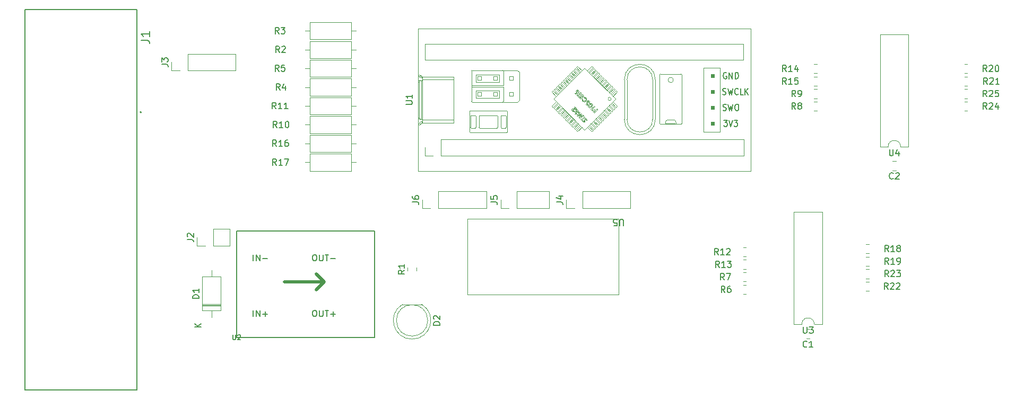
<source format=gbr>
%TF.GenerationSoftware,KiCad,Pcbnew,(6.0.2)*%
%TF.CreationDate,2022-03-14T17:04:01-03:00*%
%TF.ProjectId,EL-A0001-00500 - Telemetria Frontal,454c2d41-3030-4303-912d-303035303020,rev?*%
%TF.SameCoordinates,Original*%
%TF.FileFunction,Legend,Top*%
%TF.FilePolarity,Positive*%
%FSLAX46Y46*%
G04 Gerber Fmt 4.6, Leading zero omitted, Abs format (unit mm)*
G04 Created by KiCad (PCBNEW (6.0.2)) date 2022-03-14 17:04:01*
%MOMM*%
%LPD*%
G01*
G04 APERTURE LIST*
%ADD10C,0.150000*%
%ADD11C,0.120000*%
%ADD12C,0.127000*%
%ADD13C,0.500000*%
%ADD14C,0.200000*%
%ADD15C,0.100000*%
G04 APERTURE END LIST*
D10*
%TO.C,C1*%
X149008333Y-95452142D02*
X148960714Y-95499761D01*
X148817857Y-95547380D01*
X148722619Y-95547380D01*
X148579761Y-95499761D01*
X148484523Y-95404523D01*
X148436904Y-95309285D01*
X148389285Y-95118809D01*
X148389285Y-94975952D01*
X148436904Y-94785476D01*
X148484523Y-94690238D01*
X148579761Y-94595000D01*
X148722619Y-94547380D01*
X148817857Y-94547380D01*
X148960714Y-94595000D01*
X149008333Y-94642619D01*
X149960714Y-95547380D02*
X149389285Y-95547380D01*
X149675000Y-95547380D02*
X149675000Y-94547380D01*
X149579761Y-94690238D01*
X149484523Y-94785476D01*
X149389285Y-94833095D01*
%TO.C,R11*%
X64277142Y-57452380D02*
X63943809Y-56976190D01*
X63705714Y-57452380D02*
X63705714Y-56452380D01*
X64086666Y-56452380D01*
X64181904Y-56500000D01*
X64229523Y-56547619D01*
X64277142Y-56642857D01*
X64277142Y-56785714D01*
X64229523Y-56880952D01*
X64181904Y-56928571D01*
X64086666Y-56976190D01*
X63705714Y-56976190D01*
X65229523Y-57452380D02*
X64658095Y-57452380D01*
X64943809Y-57452380D02*
X64943809Y-56452380D01*
X64848571Y-56595238D01*
X64753333Y-56690476D01*
X64658095Y-56738095D01*
X66181904Y-57452380D02*
X65610476Y-57452380D01*
X65896190Y-57452380D02*
X65896190Y-56452380D01*
X65800952Y-56595238D01*
X65705714Y-56690476D01*
X65610476Y-56738095D01*
%TO.C,R2*%
X64833333Y-48452380D02*
X64500000Y-47976190D01*
X64261904Y-48452380D02*
X64261904Y-47452380D01*
X64642857Y-47452380D01*
X64738095Y-47500000D01*
X64785714Y-47547619D01*
X64833333Y-47642857D01*
X64833333Y-47785714D01*
X64785714Y-47880952D01*
X64738095Y-47928571D01*
X64642857Y-47976190D01*
X64261904Y-47976190D01*
X65214285Y-47547619D02*
X65261904Y-47500000D01*
X65357142Y-47452380D01*
X65595238Y-47452380D01*
X65690476Y-47500000D01*
X65738095Y-47547619D01*
X65785714Y-47642857D01*
X65785714Y-47738095D01*
X65738095Y-47880952D01*
X65166666Y-48452380D01*
X65785714Y-48452380D01*
%TO.C,R13*%
X135032142Y-82779880D02*
X134698809Y-82303690D01*
X134460714Y-82779880D02*
X134460714Y-81779880D01*
X134841666Y-81779880D01*
X134936904Y-81827500D01*
X134984523Y-81875119D01*
X135032142Y-81970357D01*
X135032142Y-82113214D01*
X134984523Y-82208452D01*
X134936904Y-82256071D01*
X134841666Y-82303690D01*
X134460714Y-82303690D01*
X135984523Y-82779880D02*
X135413095Y-82779880D01*
X135698809Y-82779880D02*
X135698809Y-81779880D01*
X135603571Y-81922738D01*
X135508333Y-82017976D01*
X135413095Y-82065595D01*
X136317857Y-81779880D02*
X136936904Y-81779880D01*
X136603571Y-82160833D01*
X136746428Y-82160833D01*
X136841666Y-82208452D01*
X136889285Y-82256071D01*
X136936904Y-82351309D01*
X136936904Y-82589404D01*
X136889285Y-82684642D01*
X136841666Y-82732261D01*
X136746428Y-82779880D01*
X136460714Y-82779880D01*
X136365476Y-82732261D01*
X136317857Y-82684642D01*
%TO.C,R23*%
X162032142Y-84279880D02*
X161698809Y-83803690D01*
X161460714Y-84279880D02*
X161460714Y-83279880D01*
X161841666Y-83279880D01*
X161936904Y-83327500D01*
X161984523Y-83375119D01*
X162032142Y-83470357D01*
X162032142Y-83613214D01*
X161984523Y-83708452D01*
X161936904Y-83756071D01*
X161841666Y-83803690D01*
X161460714Y-83803690D01*
X162413095Y-83375119D02*
X162460714Y-83327500D01*
X162555952Y-83279880D01*
X162794047Y-83279880D01*
X162889285Y-83327500D01*
X162936904Y-83375119D01*
X162984523Y-83470357D01*
X162984523Y-83565595D01*
X162936904Y-83708452D01*
X162365476Y-84279880D01*
X162984523Y-84279880D01*
X163317857Y-83279880D02*
X163936904Y-83279880D01*
X163603571Y-83660833D01*
X163746428Y-83660833D01*
X163841666Y-83708452D01*
X163889285Y-83756071D01*
X163936904Y-83851309D01*
X163936904Y-84089404D01*
X163889285Y-84184642D01*
X163841666Y-84232261D01*
X163746428Y-84279880D01*
X163460714Y-84279880D01*
X163365476Y-84232261D01*
X163317857Y-84184642D01*
%TO.C,R10*%
X64437142Y-60452380D02*
X64103809Y-59976190D01*
X63865714Y-60452380D02*
X63865714Y-59452380D01*
X64246666Y-59452380D01*
X64341904Y-59500000D01*
X64389523Y-59547619D01*
X64437142Y-59642857D01*
X64437142Y-59785714D01*
X64389523Y-59880952D01*
X64341904Y-59928571D01*
X64246666Y-59976190D01*
X63865714Y-59976190D01*
X65389523Y-60452380D02*
X64818095Y-60452380D01*
X65103809Y-60452380D02*
X65103809Y-59452380D01*
X65008571Y-59595238D01*
X64913333Y-59690476D01*
X64818095Y-59738095D01*
X66008571Y-59452380D02*
X66103809Y-59452380D01*
X66199047Y-59500000D01*
X66246666Y-59547619D01*
X66294285Y-59642857D01*
X66341904Y-59833333D01*
X66341904Y-60071428D01*
X66294285Y-60261904D01*
X66246666Y-60357142D01*
X66199047Y-60404761D01*
X66103809Y-60452380D01*
X66008571Y-60452380D01*
X65913333Y-60404761D01*
X65865714Y-60357142D01*
X65818095Y-60261904D01*
X65770476Y-60071428D01*
X65770476Y-59833333D01*
X65818095Y-59642857D01*
X65865714Y-59547619D01*
X65913333Y-59500000D01*
X66008571Y-59452380D01*
%TO.C,R3*%
X64753333Y-45452380D02*
X64420000Y-44976190D01*
X64181904Y-45452380D02*
X64181904Y-44452380D01*
X64562857Y-44452380D01*
X64658095Y-44500000D01*
X64705714Y-44547619D01*
X64753333Y-44642857D01*
X64753333Y-44785714D01*
X64705714Y-44880952D01*
X64658095Y-44928571D01*
X64562857Y-44976190D01*
X64181904Y-44976190D01*
X65086666Y-44452380D02*
X65705714Y-44452380D01*
X65372380Y-44833333D01*
X65515238Y-44833333D01*
X65610476Y-44880952D01*
X65658095Y-44928571D01*
X65705714Y-45023809D01*
X65705714Y-45261904D01*
X65658095Y-45357142D01*
X65610476Y-45404761D01*
X65515238Y-45452380D01*
X65229523Y-45452380D01*
X65134285Y-45404761D01*
X65086666Y-45357142D01*
%TO.C,R9*%
X147195833Y-55502380D02*
X146862500Y-55026190D01*
X146624404Y-55502380D02*
X146624404Y-54502380D01*
X147005357Y-54502380D01*
X147100595Y-54550000D01*
X147148214Y-54597619D01*
X147195833Y-54692857D01*
X147195833Y-54835714D01*
X147148214Y-54930952D01*
X147100595Y-54978571D01*
X147005357Y-55026190D01*
X146624404Y-55026190D01*
X147672023Y-55502380D02*
X147862500Y-55502380D01*
X147957738Y-55454761D01*
X148005357Y-55407142D01*
X148100595Y-55264285D01*
X148148214Y-55073809D01*
X148148214Y-54692857D01*
X148100595Y-54597619D01*
X148052976Y-54550000D01*
X147957738Y-54502380D01*
X147767261Y-54502380D01*
X147672023Y-54550000D01*
X147624404Y-54597619D01*
X147576785Y-54692857D01*
X147576785Y-54930952D01*
X147624404Y-55026190D01*
X147672023Y-55073809D01*
X147767261Y-55121428D01*
X147957738Y-55121428D01*
X148052976Y-55073809D01*
X148100595Y-55026190D01*
X148148214Y-54930952D01*
%TO.C,R6*%
X135920833Y-86779880D02*
X135587500Y-86303690D01*
X135349404Y-86779880D02*
X135349404Y-85779880D01*
X135730357Y-85779880D01*
X135825595Y-85827500D01*
X135873214Y-85875119D01*
X135920833Y-85970357D01*
X135920833Y-86113214D01*
X135873214Y-86208452D01*
X135825595Y-86256071D01*
X135730357Y-86303690D01*
X135349404Y-86303690D01*
X136777976Y-85779880D02*
X136587500Y-85779880D01*
X136492261Y-85827500D01*
X136444642Y-85875119D01*
X136349404Y-86017976D01*
X136301785Y-86208452D01*
X136301785Y-86589404D01*
X136349404Y-86684642D01*
X136397023Y-86732261D01*
X136492261Y-86779880D01*
X136682738Y-86779880D01*
X136777976Y-86732261D01*
X136825595Y-86684642D01*
X136873214Y-86589404D01*
X136873214Y-86351309D01*
X136825595Y-86256071D01*
X136777976Y-86208452D01*
X136682738Y-86160833D01*
X136492261Y-86160833D01*
X136397023Y-86208452D01*
X136349404Y-86256071D01*
X136301785Y-86351309D01*
%TO.C,C2*%
X162783333Y-68587142D02*
X162735714Y-68634761D01*
X162592857Y-68682380D01*
X162497619Y-68682380D01*
X162354761Y-68634761D01*
X162259523Y-68539523D01*
X162211904Y-68444285D01*
X162164285Y-68253809D01*
X162164285Y-68110952D01*
X162211904Y-67920476D01*
X162259523Y-67825238D01*
X162354761Y-67730000D01*
X162497619Y-67682380D01*
X162592857Y-67682380D01*
X162735714Y-67730000D01*
X162783333Y-67777619D01*
X163164285Y-67777619D02*
X163211904Y-67730000D01*
X163307142Y-67682380D01*
X163545238Y-67682380D01*
X163640476Y-67730000D01*
X163688095Y-67777619D01*
X163735714Y-67872857D01*
X163735714Y-67968095D01*
X163688095Y-68110952D01*
X163116666Y-68682380D01*
X163735714Y-68682380D01*
%TO.C,J3*%
X46042380Y-50333333D02*
X46756666Y-50333333D01*
X46899523Y-50380952D01*
X46994761Y-50476190D01*
X47042380Y-50619047D01*
X47042380Y-50714285D01*
X46042380Y-49952380D02*
X46042380Y-49333333D01*
X46423333Y-49666666D01*
X46423333Y-49523809D01*
X46470952Y-49428571D01*
X46518571Y-49380952D01*
X46613809Y-49333333D01*
X46851904Y-49333333D01*
X46947142Y-49380952D01*
X46994761Y-49428571D01*
X47042380Y-49523809D01*
X47042380Y-49809523D01*
X46994761Y-49904761D01*
X46947142Y-49952380D01*
%TO.C,R7*%
X135833333Y-84779880D02*
X135500000Y-84303690D01*
X135261904Y-84779880D02*
X135261904Y-83779880D01*
X135642857Y-83779880D01*
X135738095Y-83827500D01*
X135785714Y-83875119D01*
X135833333Y-83970357D01*
X135833333Y-84113214D01*
X135785714Y-84208452D01*
X135738095Y-84256071D01*
X135642857Y-84303690D01*
X135261904Y-84303690D01*
X136166666Y-83779880D02*
X136833333Y-83779880D01*
X136404761Y-84779880D01*
%TO.C,R21*%
X177807142Y-53502380D02*
X177473809Y-53026190D01*
X177235714Y-53502380D02*
X177235714Y-52502380D01*
X177616666Y-52502380D01*
X177711904Y-52550000D01*
X177759523Y-52597619D01*
X177807142Y-52692857D01*
X177807142Y-52835714D01*
X177759523Y-52930952D01*
X177711904Y-52978571D01*
X177616666Y-53026190D01*
X177235714Y-53026190D01*
X178188095Y-52597619D02*
X178235714Y-52550000D01*
X178330952Y-52502380D01*
X178569047Y-52502380D01*
X178664285Y-52550000D01*
X178711904Y-52597619D01*
X178759523Y-52692857D01*
X178759523Y-52788095D01*
X178711904Y-52930952D01*
X178140476Y-53502380D01*
X178759523Y-53502380D01*
X179711904Y-53502380D02*
X179140476Y-53502380D01*
X179426190Y-53502380D02*
X179426190Y-52502380D01*
X179330952Y-52645238D01*
X179235714Y-52740476D01*
X179140476Y-52788095D01*
%TO.C,R15*%
X145719642Y-53502380D02*
X145386309Y-53026190D01*
X145148214Y-53502380D02*
X145148214Y-52502380D01*
X145529166Y-52502380D01*
X145624404Y-52550000D01*
X145672023Y-52597619D01*
X145719642Y-52692857D01*
X145719642Y-52835714D01*
X145672023Y-52930952D01*
X145624404Y-52978571D01*
X145529166Y-53026190D01*
X145148214Y-53026190D01*
X146672023Y-53502380D02*
X146100595Y-53502380D01*
X146386309Y-53502380D02*
X146386309Y-52502380D01*
X146291071Y-52645238D01*
X146195833Y-52740476D01*
X146100595Y-52788095D01*
X147576785Y-52502380D02*
X147100595Y-52502380D01*
X147052976Y-52978571D01*
X147100595Y-52930952D01*
X147195833Y-52883333D01*
X147433928Y-52883333D01*
X147529166Y-52930952D01*
X147576785Y-52978571D01*
X147624404Y-53073809D01*
X147624404Y-53311904D01*
X147576785Y-53407142D01*
X147529166Y-53454761D01*
X147433928Y-53502380D01*
X147195833Y-53502380D01*
X147100595Y-53454761D01*
X147052976Y-53407142D01*
%TO.C,D2*%
X90412380Y-92008095D02*
X89412380Y-92008095D01*
X89412380Y-91770000D01*
X89460000Y-91627142D01*
X89555238Y-91531904D01*
X89650476Y-91484285D01*
X89840952Y-91436666D01*
X89983809Y-91436666D01*
X90174285Y-91484285D01*
X90269523Y-91531904D01*
X90364761Y-91627142D01*
X90412380Y-91770000D01*
X90412380Y-92008095D01*
X89507619Y-91055714D02*
X89460000Y-91008095D01*
X89412380Y-90912857D01*
X89412380Y-90674761D01*
X89460000Y-90579523D01*
X89507619Y-90531904D01*
X89602857Y-90484285D01*
X89698095Y-90484285D01*
X89840952Y-90531904D01*
X90412380Y-91103333D01*
X90412380Y-90484285D01*
%TO.C,J5*%
X98597380Y-72333333D02*
X99311666Y-72333333D01*
X99454523Y-72380952D01*
X99549761Y-72476190D01*
X99597380Y-72619047D01*
X99597380Y-72714285D01*
X98597380Y-71380952D02*
X98597380Y-71857142D01*
X99073571Y-71904761D01*
X99025952Y-71857142D01*
X98978333Y-71761904D01*
X98978333Y-71523809D01*
X99025952Y-71428571D01*
X99073571Y-71380952D01*
X99168809Y-71333333D01*
X99406904Y-71333333D01*
X99502142Y-71380952D01*
X99549761Y-71428571D01*
X99597380Y-71523809D01*
X99597380Y-71761904D01*
X99549761Y-71857142D01*
X99502142Y-71904761D01*
%TO.C,U4*%
X162203095Y-63957380D02*
X162203095Y-64766904D01*
X162250714Y-64862142D01*
X162298333Y-64909761D01*
X162393571Y-64957380D01*
X162584047Y-64957380D01*
X162679285Y-64909761D01*
X162726904Y-64862142D01*
X162774523Y-64766904D01*
X162774523Y-63957380D01*
X163679285Y-64290714D02*
X163679285Y-64957380D01*
X163441190Y-63909761D02*
X163203095Y-64624047D01*
X163822142Y-64624047D01*
%TO.C,R12*%
X134857142Y-80779880D02*
X134523809Y-80303690D01*
X134285714Y-80779880D02*
X134285714Y-79779880D01*
X134666666Y-79779880D01*
X134761904Y-79827500D01*
X134809523Y-79875119D01*
X134857142Y-79970357D01*
X134857142Y-80113214D01*
X134809523Y-80208452D01*
X134761904Y-80256071D01*
X134666666Y-80303690D01*
X134285714Y-80303690D01*
X135809523Y-80779880D02*
X135238095Y-80779880D01*
X135523809Y-80779880D02*
X135523809Y-79779880D01*
X135428571Y-79922738D01*
X135333333Y-80017976D01*
X135238095Y-80065595D01*
X136190476Y-79875119D02*
X136238095Y-79827500D01*
X136333333Y-79779880D01*
X136571428Y-79779880D01*
X136666666Y-79827500D01*
X136714285Y-79875119D01*
X136761904Y-79970357D01*
X136761904Y-80065595D01*
X136714285Y-80208452D01*
X136142857Y-80779880D01*
X136761904Y-80779880D01*
%TO.C,D1*%
X51982380Y-87738095D02*
X50982380Y-87738095D01*
X50982380Y-87500000D01*
X51030000Y-87357142D01*
X51125238Y-87261904D01*
X51220476Y-87214285D01*
X51410952Y-87166666D01*
X51553809Y-87166666D01*
X51744285Y-87214285D01*
X51839523Y-87261904D01*
X51934761Y-87357142D01*
X51982380Y-87500000D01*
X51982380Y-87738095D01*
X51982380Y-86214285D02*
X51982380Y-86785714D01*
X51982380Y-86500000D02*
X50982380Y-86500000D01*
X51125238Y-86595238D01*
X51220476Y-86690476D01*
X51268095Y-86785714D01*
X52352380Y-92341904D02*
X51352380Y-92341904D01*
X52352380Y-91770476D02*
X51780952Y-92199047D01*
X51352380Y-91770476D02*
X51923809Y-92341904D01*
%TO.C,U3*%
X148428095Y-92322380D02*
X148428095Y-93131904D01*
X148475714Y-93227142D01*
X148523333Y-93274761D01*
X148618571Y-93322380D01*
X148809047Y-93322380D01*
X148904285Y-93274761D01*
X148951904Y-93227142D01*
X148999523Y-93131904D01*
X148999523Y-92322380D01*
X149380476Y-92322380D02*
X149999523Y-92322380D01*
X149666190Y-92703333D01*
X149809047Y-92703333D01*
X149904285Y-92750952D01*
X149951904Y-92798571D01*
X149999523Y-92893809D01*
X149999523Y-93131904D01*
X149951904Y-93227142D01*
X149904285Y-93274761D01*
X149809047Y-93322380D01*
X149523333Y-93322380D01*
X149428095Y-93274761D01*
X149380476Y-93227142D01*
%TO.C,R19*%
X162032142Y-82279880D02*
X161698809Y-81803690D01*
X161460714Y-82279880D02*
X161460714Y-81279880D01*
X161841666Y-81279880D01*
X161936904Y-81327500D01*
X161984523Y-81375119D01*
X162032142Y-81470357D01*
X162032142Y-81613214D01*
X161984523Y-81708452D01*
X161936904Y-81756071D01*
X161841666Y-81803690D01*
X161460714Y-81803690D01*
X162984523Y-82279880D02*
X162413095Y-82279880D01*
X162698809Y-82279880D02*
X162698809Y-81279880D01*
X162603571Y-81422738D01*
X162508333Y-81517976D01*
X162413095Y-81565595D01*
X163460714Y-82279880D02*
X163651190Y-82279880D01*
X163746428Y-82232261D01*
X163794047Y-82184642D01*
X163889285Y-82041785D01*
X163936904Y-81851309D01*
X163936904Y-81470357D01*
X163889285Y-81375119D01*
X163841666Y-81327500D01*
X163746428Y-81279880D01*
X163555952Y-81279880D01*
X163460714Y-81327500D01*
X163413095Y-81375119D01*
X163365476Y-81470357D01*
X163365476Y-81708452D01*
X163413095Y-81803690D01*
X163460714Y-81851309D01*
X163555952Y-81898928D01*
X163746428Y-81898928D01*
X163841666Y-81851309D01*
X163889285Y-81803690D01*
X163936904Y-81708452D01*
%TO.C,R25*%
X177719642Y-55502380D02*
X177386309Y-55026190D01*
X177148214Y-55502380D02*
X177148214Y-54502380D01*
X177529166Y-54502380D01*
X177624404Y-54550000D01*
X177672023Y-54597619D01*
X177719642Y-54692857D01*
X177719642Y-54835714D01*
X177672023Y-54930952D01*
X177624404Y-54978571D01*
X177529166Y-55026190D01*
X177148214Y-55026190D01*
X178100595Y-54597619D02*
X178148214Y-54550000D01*
X178243452Y-54502380D01*
X178481547Y-54502380D01*
X178576785Y-54550000D01*
X178624404Y-54597619D01*
X178672023Y-54692857D01*
X178672023Y-54788095D01*
X178624404Y-54930952D01*
X178052976Y-55502380D01*
X178672023Y-55502380D01*
X179576785Y-54502380D02*
X179100595Y-54502380D01*
X179052976Y-54978571D01*
X179100595Y-54930952D01*
X179195833Y-54883333D01*
X179433928Y-54883333D01*
X179529166Y-54930952D01*
X179576785Y-54978571D01*
X179624404Y-55073809D01*
X179624404Y-55311904D01*
X179576785Y-55407142D01*
X179529166Y-55454761D01*
X179433928Y-55502380D01*
X179195833Y-55502380D01*
X179100595Y-55454761D01*
X179052976Y-55407142D01*
%TO.C,J6*%
X86072380Y-72333333D02*
X86786666Y-72333333D01*
X86929523Y-72380952D01*
X87024761Y-72476190D01*
X87072380Y-72619047D01*
X87072380Y-72714285D01*
X86072380Y-71428571D02*
X86072380Y-71619047D01*
X86120000Y-71714285D01*
X86167619Y-71761904D01*
X86310476Y-71857142D01*
X86500952Y-71904761D01*
X86881904Y-71904761D01*
X86977142Y-71857142D01*
X87024761Y-71809523D01*
X87072380Y-71714285D01*
X87072380Y-71523809D01*
X87024761Y-71428571D01*
X86977142Y-71380952D01*
X86881904Y-71333333D01*
X86643809Y-71333333D01*
X86548571Y-71380952D01*
X86500952Y-71428571D01*
X86453333Y-71523809D01*
X86453333Y-71714285D01*
X86500952Y-71809523D01*
X86548571Y-71857142D01*
X86643809Y-71904761D01*
%TO.C,R20*%
X177719642Y-51502380D02*
X177386309Y-51026190D01*
X177148214Y-51502380D02*
X177148214Y-50502380D01*
X177529166Y-50502380D01*
X177624404Y-50550000D01*
X177672023Y-50597619D01*
X177719642Y-50692857D01*
X177719642Y-50835714D01*
X177672023Y-50930952D01*
X177624404Y-50978571D01*
X177529166Y-51026190D01*
X177148214Y-51026190D01*
X178100595Y-50597619D02*
X178148214Y-50550000D01*
X178243452Y-50502380D01*
X178481547Y-50502380D01*
X178576785Y-50550000D01*
X178624404Y-50597619D01*
X178672023Y-50692857D01*
X178672023Y-50788095D01*
X178624404Y-50930952D01*
X178052976Y-51502380D01*
X178672023Y-51502380D01*
X179291071Y-50502380D02*
X179386309Y-50502380D01*
X179481547Y-50550000D01*
X179529166Y-50597619D01*
X179576785Y-50692857D01*
X179624404Y-50883333D01*
X179624404Y-51121428D01*
X179576785Y-51311904D01*
X179529166Y-51407142D01*
X179481547Y-51454761D01*
X179386309Y-51502380D01*
X179291071Y-51502380D01*
X179195833Y-51454761D01*
X179148214Y-51407142D01*
X179100595Y-51311904D01*
X179052976Y-51121428D01*
X179052976Y-50883333D01*
X179100595Y-50692857D01*
X179148214Y-50597619D01*
X179195833Y-50550000D01*
X179291071Y-50502380D01*
%TO.C,R1*%
X84802380Y-83254166D02*
X84326190Y-83587500D01*
X84802380Y-83825595D02*
X83802380Y-83825595D01*
X83802380Y-83444642D01*
X83850000Y-83349404D01*
X83897619Y-83301785D01*
X83992857Y-83254166D01*
X84135714Y-83254166D01*
X84230952Y-83301785D01*
X84278571Y-83349404D01*
X84326190Y-83444642D01*
X84326190Y-83825595D01*
X84802380Y-82301785D02*
X84802380Y-82873214D01*
X84802380Y-82587500D02*
X83802380Y-82587500D01*
X83945238Y-82682738D01*
X84040476Y-82777976D01*
X84088095Y-82873214D01*
%TO.C,U2*%
X57400074Y-93568803D02*
X57400074Y-94206224D01*
X57437570Y-94281215D01*
X57475065Y-94318710D01*
X57550056Y-94356205D01*
X57700037Y-94356205D01*
X57775028Y-94318710D01*
X57812523Y-94281215D01*
X57850018Y-94206224D01*
X57850018Y-93568803D01*
X58187476Y-93643794D02*
X58224972Y-93606299D01*
X58299962Y-93568803D01*
X58487439Y-93568803D01*
X58562430Y-93606299D01*
X58599925Y-93643794D01*
X58637420Y-93718785D01*
X58637420Y-93793775D01*
X58599925Y-93906261D01*
X58149981Y-94356205D01*
X58637420Y-94356205D01*
X60667142Y-90642380D02*
X60667142Y-89642380D01*
X61143333Y-90642380D02*
X61143333Y-89642380D01*
X61714761Y-90642380D01*
X61714761Y-89642380D01*
X62190952Y-90261428D02*
X62952857Y-90261428D01*
X62571904Y-90642380D02*
X62571904Y-89880476D01*
X70350952Y-89642380D02*
X70541428Y-89642380D01*
X70636666Y-89690000D01*
X70731904Y-89785238D01*
X70779523Y-89975714D01*
X70779523Y-90309047D01*
X70731904Y-90499523D01*
X70636666Y-90594761D01*
X70541428Y-90642380D01*
X70350952Y-90642380D01*
X70255714Y-90594761D01*
X70160476Y-90499523D01*
X70112857Y-90309047D01*
X70112857Y-89975714D01*
X70160476Y-89785238D01*
X70255714Y-89690000D01*
X70350952Y-89642380D01*
X71208095Y-89642380D02*
X71208095Y-90451904D01*
X71255714Y-90547142D01*
X71303333Y-90594761D01*
X71398571Y-90642380D01*
X71589047Y-90642380D01*
X71684285Y-90594761D01*
X71731904Y-90547142D01*
X71779523Y-90451904D01*
X71779523Y-89642380D01*
X72112857Y-89642380D02*
X72684285Y-89642380D01*
X72398571Y-90642380D02*
X72398571Y-89642380D01*
X73017619Y-90261428D02*
X73779523Y-90261428D01*
X73398571Y-90642380D02*
X73398571Y-89880476D01*
X60667142Y-81752380D02*
X60667142Y-80752380D01*
X61143333Y-81752380D02*
X61143333Y-80752380D01*
X61714761Y-81752380D01*
X61714761Y-80752380D01*
X62190952Y-81371428D02*
X62952857Y-81371428D01*
X70350952Y-80752380D02*
X70541428Y-80752380D01*
X70636666Y-80800000D01*
X70731904Y-80895238D01*
X70779523Y-81085714D01*
X70779523Y-81419047D01*
X70731904Y-81609523D01*
X70636666Y-81704761D01*
X70541428Y-81752380D01*
X70350952Y-81752380D01*
X70255714Y-81704761D01*
X70160476Y-81609523D01*
X70112857Y-81419047D01*
X70112857Y-81085714D01*
X70160476Y-80895238D01*
X70255714Y-80800000D01*
X70350952Y-80752380D01*
X71208095Y-80752380D02*
X71208095Y-81561904D01*
X71255714Y-81657142D01*
X71303333Y-81704761D01*
X71398571Y-81752380D01*
X71589047Y-81752380D01*
X71684285Y-81704761D01*
X71731904Y-81657142D01*
X71779523Y-81561904D01*
X71779523Y-80752380D01*
X72112857Y-80752380D02*
X72684285Y-80752380D01*
X72398571Y-81752380D02*
X72398571Y-80752380D01*
X73017619Y-81371428D02*
X73779523Y-81371428D01*
%TO.C,R22*%
X161944642Y-86279880D02*
X161611309Y-85803690D01*
X161373214Y-86279880D02*
X161373214Y-85279880D01*
X161754166Y-85279880D01*
X161849404Y-85327500D01*
X161897023Y-85375119D01*
X161944642Y-85470357D01*
X161944642Y-85613214D01*
X161897023Y-85708452D01*
X161849404Y-85756071D01*
X161754166Y-85803690D01*
X161373214Y-85803690D01*
X162325595Y-85375119D02*
X162373214Y-85327500D01*
X162468452Y-85279880D01*
X162706547Y-85279880D01*
X162801785Y-85327500D01*
X162849404Y-85375119D01*
X162897023Y-85470357D01*
X162897023Y-85565595D01*
X162849404Y-85708452D01*
X162277976Y-86279880D01*
X162897023Y-86279880D01*
X163277976Y-85375119D02*
X163325595Y-85327500D01*
X163420833Y-85279880D01*
X163658928Y-85279880D01*
X163754166Y-85327500D01*
X163801785Y-85375119D01*
X163849404Y-85470357D01*
X163849404Y-85565595D01*
X163801785Y-85708452D01*
X163230357Y-86279880D01*
X163849404Y-86279880D01*
%TO.C,J4*%
X109042380Y-72333333D02*
X109756666Y-72333333D01*
X109899523Y-72380952D01*
X109994761Y-72476190D01*
X110042380Y-72619047D01*
X110042380Y-72714285D01*
X109375714Y-71428571D02*
X110042380Y-71428571D01*
X108994761Y-71666666D02*
X109709047Y-71904761D01*
X109709047Y-71285714D01*
%TO.C,R18*%
X162032142Y-80279880D02*
X161698809Y-79803690D01*
X161460714Y-80279880D02*
X161460714Y-79279880D01*
X161841666Y-79279880D01*
X161936904Y-79327500D01*
X161984523Y-79375119D01*
X162032142Y-79470357D01*
X162032142Y-79613214D01*
X161984523Y-79708452D01*
X161936904Y-79756071D01*
X161841666Y-79803690D01*
X161460714Y-79803690D01*
X162984523Y-80279880D02*
X162413095Y-80279880D01*
X162698809Y-80279880D02*
X162698809Y-79279880D01*
X162603571Y-79422738D01*
X162508333Y-79517976D01*
X162413095Y-79565595D01*
X163555952Y-79708452D02*
X163460714Y-79660833D01*
X163413095Y-79613214D01*
X163365476Y-79517976D01*
X163365476Y-79470357D01*
X163413095Y-79375119D01*
X163460714Y-79327500D01*
X163555952Y-79279880D01*
X163746428Y-79279880D01*
X163841666Y-79327500D01*
X163889285Y-79375119D01*
X163936904Y-79470357D01*
X163936904Y-79517976D01*
X163889285Y-79613214D01*
X163841666Y-79660833D01*
X163746428Y-79708452D01*
X163555952Y-79708452D01*
X163460714Y-79756071D01*
X163413095Y-79803690D01*
X163365476Y-79898928D01*
X163365476Y-80089404D01*
X163413095Y-80184642D01*
X163460714Y-80232261D01*
X163555952Y-80279880D01*
X163746428Y-80279880D01*
X163841666Y-80232261D01*
X163889285Y-80184642D01*
X163936904Y-80089404D01*
X163936904Y-79898928D01*
X163889285Y-79803690D01*
X163841666Y-79756071D01*
X163746428Y-79708452D01*
%TO.C,R4*%
X64913333Y-54452380D02*
X64580000Y-53976190D01*
X64341904Y-54452380D02*
X64341904Y-53452380D01*
X64722857Y-53452380D01*
X64818095Y-53500000D01*
X64865714Y-53547619D01*
X64913333Y-53642857D01*
X64913333Y-53785714D01*
X64865714Y-53880952D01*
X64818095Y-53928571D01*
X64722857Y-53976190D01*
X64341904Y-53976190D01*
X65770476Y-53785714D02*
X65770476Y-54452380D01*
X65532380Y-53404761D02*
X65294285Y-54119047D01*
X65913333Y-54119047D01*
%TO.C,R17*%
X64357142Y-66452380D02*
X64023809Y-65976190D01*
X63785714Y-66452380D02*
X63785714Y-65452380D01*
X64166666Y-65452380D01*
X64261904Y-65500000D01*
X64309523Y-65547619D01*
X64357142Y-65642857D01*
X64357142Y-65785714D01*
X64309523Y-65880952D01*
X64261904Y-65928571D01*
X64166666Y-65976190D01*
X63785714Y-65976190D01*
X65309523Y-66452380D02*
X64738095Y-66452380D01*
X65023809Y-66452380D02*
X65023809Y-65452380D01*
X64928571Y-65595238D01*
X64833333Y-65690476D01*
X64738095Y-65738095D01*
X65642857Y-65452380D02*
X66309523Y-65452380D01*
X65880952Y-66452380D01*
%TO.C,J1*%
X42726238Y-46495211D02*
X43727673Y-46495211D01*
X43927959Y-46561973D01*
X44061484Y-46695497D01*
X44128246Y-46895784D01*
X44128246Y-47029309D01*
X44128246Y-45093203D02*
X44128246Y-45894350D01*
X44128246Y-45493776D02*
X42726238Y-45493776D01*
X42926525Y-45627301D01*
X43060050Y-45760825D01*
X43126812Y-45894350D01*
%TO.C,R8*%
X147195833Y-57502380D02*
X146862500Y-57026190D01*
X146624404Y-57502380D02*
X146624404Y-56502380D01*
X147005357Y-56502380D01*
X147100595Y-56550000D01*
X147148214Y-56597619D01*
X147195833Y-56692857D01*
X147195833Y-56835714D01*
X147148214Y-56930952D01*
X147100595Y-56978571D01*
X147005357Y-57026190D01*
X146624404Y-57026190D01*
X147767261Y-56930952D02*
X147672023Y-56883333D01*
X147624404Y-56835714D01*
X147576785Y-56740476D01*
X147576785Y-56692857D01*
X147624404Y-56597619D01*
X147672023Y-56550000D01*
X147767261Y-56502380D01*
X147957738Y-56502380D01*
X148052976Y-56550000D01*
X148100595Y-56597619D01*
X148148214Y-56692857D01*
X148148214Y-56740476D01*
X148100595Y-56835714D01*
X148052976Y-56883333D01*
X147957738Y-56930952D01*
X147767261Y-56930952D01*
X147672023Y-56978571D01*
X147624404Y-57026190D01*
X147576785Y-57121428D01*
X147576785Y-57311904D01*
X147624404Y-57407142D01*
X147672023Y-57454761D01*
X147767261Y-57502380D01*
X147957738Y-57502380D01*
X148052976Y-57454761D01*
X148100595Y-57407142D01*
X148148214Y-57311904D01*
X148148214Y-57121428D01*
X148100595Y-57026190D01*
X148052976Y-56978571D01*
X147957738Y-56930952D01*
%TO.C,R14*%
X145719642Y-51502380D02*
X145386309Y-51026190D01*
X145148214Y-51502380D02*
X145148214Y-50502380D01*
X145529166Y-50502380D01*
X145624404Y-50550000D01*
X145672023Y-50597619D01*
X145719642Y-50692857D01*
X145719642Y-50835714D01*
X145672023Y-50930952D01*
X145624404Y-50978571D01*
X145529166Y-51026190D01*
X145148214Y-51026190D01*
X146672023Y-51502380D02*
X146100595Y-51502380D01*
X146386309Y-51502380D02*
X146386309Y-50502380D01*
X146291071Y-50645238D01*
X146195833Y-50740476D01*
X146100595Y-50788095D01*
X147529166Y-50835714D02*
X147529166Y-51502380D01*
X147291071Y-50454761D02*
X147052976Y-51169047D01*
X147672023Y-51169047D01*
%TO.C,U1*%
X85012380Y-56761904D02*
X85821904Y-56761904D01*
X85917142Y-56714285D01*
X85964761Y-56666666D01*
X86012380Y-56571428D01*
X86012380Y-56380952D01*
X85964761Y-56285714D01*
X85917142Y-56238095D01*
X85821904Y-56190476D01*
X85012380Y-56190476D01*
X86012380Y-55190476D02*
X86012380Y-55761904D01*
X86012380Y-55476190D02*
X85012380Y-55476190D01*
X85155238Y-55571428D01*
X85250476Y-55666666D01*
X85298095Y-55761904D01*
X135594285Y-55134761D02*
X135722857Y-55182380D01*
X135937142Y-55182380D01*
X136022857Y-55134761D01*
X136065714Y-55087142D01*
X136108571Y-54991904D01*
X136108571Y-54896666D01*
X136065714Y-54801428D01*
X136022857Y-54753809D01*
X135937142Y-54706190D01*
X135765714Y-54658571D01*
X135680000Y-54610952D01*
X135637142Y-54563333D01*
X135594285Y-54468095D01*
X135594285Y-54372857D01*
X135637142Y-54277619D01*
X135680000Y-54230000D01*
X135765714Y-54182380D01*
X135980000Y-54182380D01*
X136108571Y-54230000D01*
X136408571Y-54182380D02*
X136622857Y-55182380D01*
X136794285Y-54468095D01*
X136965714Y-55182380D01*
X137180000Y-54182380D01*
X138037142Y-55087142D02*
X137994285Y-55134761D01*
X137865714Y-55182380D01*
X137780000Y-55182380D01*
X137651428Y-55134761D01*
X137565714Y-55039523D01*
X137522857Y-54944285D01*
X137480000Y-54753809D01*
X137480000Y-54610952D01*
X137522857Y-54420476D01*
X137565714Y-54325238D01*
X137651428Y-54230000D01*
X137780000Y-54182380D01*
X137865714Y-54182380D01*
X137994285Y-54230000D01*
X138037142Y-54277619D01*
X138851428Y-55182380D02*
X138422857Y-55182380D01*
X138422857Y-54182380D01*
X139151428Y-55182380D02*
X139151428Y-54182380D01*
X139665714Y-55182380D02*
X139280000Y-54610952D01*
X139665714Y-54182380D02*
X139151428Y-54753809D01*
X136182285Y-51690000D02*
X136096571Y-51642380D01*
X135968000Y-51642380D01*
X135839428Y-51690000D01*
X135753714Y-51785238D01*
X135710857Y-51880476D01*
X135668000Y-52070952D01*
X135668000Y-52213809D01*
X135710857Y-52404285D01*
X135753714Y-52499523D01*
X135839428Y-52594761D01*
X135968000Y-52642380D01*
X136053714Y-52642380D01*
X136182285Y-52594761D01*
X136225142Y-52547142D01*
X136225142Y-52213809D01*
X136053714Y-52213809D01*
X136610857Y-52642380D02*
X136610857Y-51642380D01*
X137125142Y-52642380D01*
X137125142Y-51642380D01*
X137553714Y-52642380D02*
X137553714Y-51642380D01*
X137768000Y-51642380D01*
X137896571Y-51690000D01*
X137982285Y-51785238D01*
X138025142Y-51880476D01*
X138068000Y-52070952D01*
X138068000Y-52213809D01*
X138025142Y-52404285D01*
X137982285Y-52499523D01*
X137896571Y-52594761D01*
X137768000Y-52642380D01*
X137553714Y-52642380D01*
X135753714Y-59262380D02*
X136310857Y-59262380D01*
X136010857Y-59643333D01*
X136139428Y-59643333D01*
X136225142Y-59690952D01*
X136268000Y-59738571D01*
X136310857Y-59833809D01*
X136310857Y-60071904D01*
X136268000Y-60167142D01*
X136225142Y-60214761D01*
X136139428Y-60262380D01*
X135882285Y-60262380D01*
X135796571Y-60214761D01*
X135753714Y-60167142D01*
X136568000Y-59262380D02*
X136868000Y-60262380D01*
X137168000Y-59262380D01*
X137382285Y-59262380D02*
X137939428Y-59262380D01*
X137639428Y-59643333D01*
X137768000Y-59643333D01*
X137853714Y-59690952D01*
X137896571Y-59738571D01*
X137939428Y-59833809D01*
X137939428Y-60071904D01*
X137896571Y-60167142D01*
X137853714Y-60214761D01*
X137768000Y-60262380D01*
X137510857Y-60262380D01*
X137425142Y-60214761D01*
X137382285Y-60167142D01*
X135625142Y-57674761D02*
X135753714Y-57722380D01*
X135968000Y-57722380D01*
X136053714Y-57674761D01*
X136096571Y-57627142D01*
X136139428Y-57531904D01*
X136139428Y-57436666D01*
X136096571Y-57341428D01*
X136053714Y-57293809D01*
X135968000Y-57246190D01*
X135796571Y-57198571D01*
X135710857Y-57150952D01*
X135668000Y-57103333D01*
X135625142Y-57008095D01*
X135625142Y-56912857D01*
X135668000Y-56817619D01*
X135710857Y-56770000D01*
X135796571Y-56722380D01*
X136010857Y-56722380D01*
X136139428Y-56770000D01*
X136439428Y-56722380D02*
X136653714Y-57722380D01*
X136825142Y-57008095D01*
X136996571Y-57722380D01*
X137210857Y-56722380D01*
X137725142Y-56722380D02*
X137896571Y-56722380D01*
X137982285Y-56770000D01*
X138068000Y-56865238D01*
X138110857Y-57055714D01*
X138110857Y-57389047D01*
X138068000Y-57579523D01*
X137982285Y-57674761D01*
X137896571Y-57722380D01*
X137725142Y-57722380D01*
X137639428Y-57674761D01*
X137553714Y-57579523D01*
X137510857Y-57389047D01*
X137510857Y-57055714D01*
X137553714Y-56865238D01*
X137639428Y-56770000D01*
X137725142Y-56722380D01*
%TO.C,R16*%
X64357142Y-63452380D02*
X64023809Y-62976190D01*
X63785714Y-63452380D02*
X63785714Y-62452380D01*
X64166666Y-62452380D01*
X64261904Y-62500000D01*
X64309523Y-62547619D01*
X64357142Y-62642857D01*
X64357142Y-62785714D01*
X64309523Y-62880952D01*
X64261904Y-62928571D01*
X64166666Y-62976190D01*
X63785714Y-62976190D01*
X65309523Y-63452380D02*
X64738095Y-63452380D01*
X65023809Y-63452380D02*
X65023809Y-62452380D01*
X64928571Y-62595238D01*
X64833333Y-62690476D01*
X64738095Y-62738095D01*
X66166666Y-62452380D02*
X65976190Y-62452380D01*
X65880952Y-62500000D01*
X65833333Y-62547619D01*
X65738095Y-62690476D01*
X65690476Y-62880952D01*
X65690476Y-63261904D01*
X65738095Y-63357142D01*
X65785714Y-63404761D01*
X65880952Y-63452380D01*
X66071428Y-63452380D01*
X66166666Y-63404761D01*
X66214285Y-63357142D01*
X66261904Y-63261904D01*
X66261904Y-63023809D01*
X66214285Y-62928571D01*
X66166666Y-62880952D01*
X66071428Y-62833333D01*
X65880952Y-62833333D01*
X65785714Y-62880952D01*
X65738095Y-62928571D01*
X65690476Y-63023809D01*
%TO.C,U5*%
X119731904Y-76110119D02*
X119731904Y-75300595D01*
X119684285Y-75205357D01*
X119636666Y-75157738D01*
X119541428Y-75110119D01*
X119350952Y-75110119D01*
X119255714Y-75157738D01*
X119208095Y-75205357D01*
X119160476Y-75300595D01*
X119160476Y-76110119D01*
X118208095Y-76110119D02*
X118684285Y-76110119D01*
X118731904Y-75633928D01*
X118684285Y-75681547D01*
X118589047Y-75729166D01*
X118350952Y-75729166D01*
X118255714Y-75681547D01*
X118208095Y-75633928D01*
X118160476Y-75538690D01*
X118160476Y-75300595D01*
X118208095Y-75205357D01*
X118255714Y-75157738D01*
X118350952Y-75110119D01*
X118589047Y-75110119D01*
X118684285Y-75157738D01*
X118731904Y-75205357D01*
%TO.C,R24*%
X177719642Y-57502380D02*
X177386309Y-57026190D01*
X177148214Y-57502380D02*
X177148214Y-56502380D01*
X177529166Y-56502380D01*
X177624404Y-56550000D01*
X177672023Y-56597619D01*
X177719642Y-56692857D01*
X177719642Y-56835714D01*
X177672023Y-56930952D01*
X177624404Y-56978571D01*
X177529166Y-57026190D01*
X177148214Y-57026190D01*
X178100595Y-56597619D02*
X178148214Y-56550000D01*
X178243452Y-56502380D01*
X178481547Y-56502380D01*
X178576785Y-56550000D01*
X178624404Y-56597619D01*
X178672023Y-56692857D01*
X178672023Y-56788095D01*
X178624404Y-56930952D01*
X178052976Y-57502380D01*
X178672023Y-57502380D01*
X179529166Y-56835714D02*
X179529166Y-57502380D01*
X179291071Y-56454761D02*
X179052976Y-57169047D01*
X179672023Y-57169047D01*
%TO.C,R5*%
X64753333Y-51452380D02*
X64420000Y-50976190D01*
X64181904Y-51452380D02*
X64181904Y-50452380D01*
X64562857Y-50452380D01*
X64658095Y-50500000D01*
X64705714Y-50547619D01*
X64753333Y-50642857D01*
X64753333Y-50785714D01*
X64705714Y-50880952D01*
X64658095Y-50928571D01*
X64562857Y-50976190D01*
X64181904Y-50976190D01*
X65658095Y-50452380D02*
X65181904Y-50452380D01*
X65134285Y-50928571D01*
X65181904Y-50880952D01*
X65277142Y-50833333D01*
X65515238Y-50833333D01*
X65610476Y-50880952D01*
X65658095Y-50928571D01*
X65705714Y-51023809D01*
X65705714Y-51261904D01*
X65658095Y-51357142D01*
X65610476Y-51404761D01*
X65515238Y-51452380D01*
X65277142Y-51452380D01*
X65181904Y-51404761D01*
X65134285Y-51357142D01*
%TO.C,J2*%
X50122380Y-78333333D02*
X50836666Y-78333333D01*
X50979523Y-78380952D01*
X51074761Y-78476190D01*
X51122380Y-78619047D01*
X51122380Y-78714285D01*
X50217619Y-77904761D02*
X50170000Y-77857142D01*
X50122380Y-77761904D01*
X50122380Y-77523809D01*
X50170000Y-77428571D01*
X50217619Y-77380952D01*
X50312857Y-77333333D01*
X50408095Y-77333333D01*
X50550952Y-77380952D01*
X51122380Y-77952380D01*
X51122380Y-77333333D01*
D11*
%TO.C,C1*%
X149436252Y-94150000D02*
X148913748Y-94150000D01*
X149436252Y-92680000D02*
X148913748Y-92680000D01*
%TO.C,R11*%
X76270000Y-58370000D02*
X76270000Y-55630000D01*
X69730000Y-55630000D02*
X69730000Y-58370000D01*
X69730000Y-58370000D02*
X76270000Y-58370000D01*
X68960000Y-57000000D02*
X69730000Y-57000000D01*
X77040000Y-57000000D02*
X76270000Y-57000000D01*
X76270000Y-55630000D02*
X69730000Y-55630000D01*
%TO.C,R2*%
X77040000Y-48000000D02*
X76270000Y-48000000D01*
X76270000Y-46630000D02*
X69730000Y-46630000D01*
X68960000Y-48000000D02*
X69730000Y-48000000D01*
X69730000Y-49370000D02*
X76270000Y-49370000D01*
X69730000Y-46630000D02*
X69730000Y-49370000D01*
X76270000Y-49370000D02*
X76270000Y-46630000D01*
%TO.C,R13*%
X138860436Y-81592500D02*
X139314564Y-81592500D01*
X138860436Y-83062500D02*
X139314564Y-83062500D01*
%TO.C,R23*%
X158902064Y-84562500D02*
X158447936Y-84562500D01*
X158902064Y-83092500D02*
X158447936Y-83092500D01*
%TO.C,R10*%
X76270000Y-58630000D02*
X69730000Y-58630000D01*
X69730000Y-61370000D02*
X76270000Y-61370000D01*
X76270000Y-61370000D02*
X76270000Y-58630000D01*
X69730000Y-58630000D02*
X69730000Y-61370000D01*
X68960000Y-60000000D02*
X69730000Y-60000000D01*
X77040000Y-60000000D02*
X76270000Y-60000000D01*
%TO.C,R3*%
X76270000Y-43630000D02*
X69730000Y-43630000D01*
X77040000Y-45000000D02*
X76270000Y-45000000D01*
X69730000Y-43630000D02*
X69730000Y-46370000D01*
X69730000Y-46370000D02*
X76270000Y-46370000D01*
X76270000Y-46370000D02*
X76270000Y-43630000D01*
X68960000Y-45000000D02*
X69730000Y-45000000D01*
%TO.C,R9*%
X150135436Y-54315000D02*
X150589564Y-54315000D01*
X150135436Y-55785000D02*
X150589564Y-55785000D01*
%TO.C,R6*%
X139314564Y-85592500D02*
X138860436Y-85592500D01*
X139314564Y-87062500D02*
X138860436Y-87062500D01*
%TO.C,C2*%
X163211252Y-67285000D02*
X162688748Y-67285000D01*
X163211252Y-65815000D02*
X162688748Y-65815000D01*
%TO.C,J3*%
X48920000Y-51330000D02*
X47590000Y-51330000D01*
X47590000Y-51330000D02*
X47590000Y-50000000D01*
X57870000Y-51330000D02*
X57870000Y-48670000D01*
X50190000Y-51330000D02*
X50190000Y-48670000D01*
X50190000Y-48670000D02*
X57870000Y-48670000D01*
X50190000Y-51330000D02*
X57870000Y-51330000D01*
%TO.C,R7*%
X138860436Y-85062500D02*
X139314564Y-85062500D01*
X138860436Y-83592500D02*
X139314564Y-83592500D01*
%TO.C,R21*%
X174589564Y-53785000D02*
X174135436Y-53785000D01*
X174589564Y-52315000D02*
X174135436Y-52315000D01*
%TO.C,R15*%
X150135436Y-52315000D02*
X150589564Y-52315000D01*
X150135436Y-53785000D02*
X150589564Y-53785000D01*
%TO.C,D2*%
X87545000Y-88710000D02*
X84455000Y-88710000D01*
X84455170Y-88710000D02*
G75*
G03*
X86000462Y-94260000I1544830J-2560000D01*
G01*
X85999538Y-94260000D02*
G75*
G03*
X87544830Y-88710000I462J2990000D01*
G01*
X88500000Y-91270000D02*
G75*
G03*
X88500000Y-91270000I-2500000J0D01*
G01*
%TO.C,J5*%
X107885000Y-73330000D02*
X107885000Y-70670000D01*
X102745000Y-70670000D02*
X107885000Y-70670000D01*
X102745000Y-73330000D02*
X107885000Y-73330000D01*
X102745000Y-73330000D02*
X102745000Y-70670000D01*
X100145000Y-73330000D02*
X100145000Y-72000000D01*
X101475000Y-73330000D02*
X100145000Y-73330000D01*
%TO.C,U4*%
X163965000Y-63505000D02*
X165215000Y-63505000D01*
X165215000Y-45605000D02*
X160715000Y-45605000D01*
X160715000Y-63505000D02*
X161965000Y-63505000D01*
X165215000Y-63505000D02*
X165215000Y-45605000D01*
X160715000Y-45605000D02*
X160715000Y-63505000D01*
X163965000Y-63505000D02*
G75*
G03*
X161965000Y-63505000I-1000000J0D01*
G01*
%TO.C,R12*%
X139314564Y-79592500D02*
X138860436Y-79592500D01*
X139314564Y-81062500D02*
X138860436Y-81062500D01*
%TO.C,D1*%
X52530000Y-88940000D02*
X55470000Y-88940000D01*
X52530000Y-89720000D02*
X55470000Y-89720000D01*
X55470000Y-84280000D02*
X52530000Y-84280000D01*
X54000000Y-83260000D02*
X54000000Y-84280000D01*
X52530000Y-88820000D02*
X55470000Y-88820000D01*
X54000000Y-90740000D02*
X54000000Y-89720000D01*
X52530000Y-84280000D02*
X52530000Y-89720000D01*
X55470000Y-89720000D02*
X55470000Y-84280000D01*
X52530000Y-88700000D02*
X55470000Y-88700000D01*
%TO.C,U3*%
X150190000Y-91870000D02*
X151440000Y-91870000D01*
X151440000Y-91870000D02*
X151440000Y-73970000D01*
X146940000Y-91870000D02*
X148190000Y-91870000D01*
X151440000Y-73970000D02*
X146940000Y-73970000D01*
X146940000Y-73970000D02*
X146940000Y-91870000D01*
X150190000Y-91870000D02*
G75*
G03*
X148190000Y-91870000I-1000000J0D01*
G01*
%TO.C,R19*%
X158902064Y-82562500D02*
X158447936Y-82562500D01*
X158902064Y-81092500D02*
X158447936Y-81092500D01*
%TO.C,R25*%
X174589564Y-55785000D02*
X174135436Y-55785000D01*
X174589564Y-54315000D02*
X174135436Y-54315000D01*
%TO.C,J6*%
X88950000Y-73330000D02*
X87620000Y-73330000D01*
X90220000Y-73330000D02*
X97900000Y-73330000D01*
X87620000Y-73330000D02*
X87620000Y-72000000D01*
X97900000Y-73330000D02*
X97900000Y-70670000D01*
X90220000Y-70670000D02*
X97900000Y-70670000D01*
X90220000Y-73330000D02*
X90220000Y-70670000D01*
%TO.C,R20*%
X174135436Y-51785000D02*
X174589564Y-51785000D01*
X174135436Y-50315000D02*
X174589564Y-50315000D01*
%TO.C,R1*%
X86735000Y-83314564D02*
X86735000Y-82860436D01*
X85265000Y-83314564D02*
X85265000Y-82860436D01*
D12*
%TO.C,U2*%
X58000000Y-94000000D02*
X80000000Y-94000000D01*
X80000000Y-77000000D02*
X80000000Y-94000000D01*
D13*
X71970000Y-85110000D02*
X70700000Y-86380000D01*
D12*
X58000000Y-94000000D02*
X58000000Y-77000000D01*
D13*
X71970000Y-85110000D02*
X70700000Y-83840000D01*
X65620000Y-85110000D02*
X71970000Y-85110000D01*
D12*
X58000000Y-77000000D02*
X80000000Y-77000000D01*
D11*
%TO.C,R22*%
X158447936Y-85092500D02*
X158902064Y-85092500D01*
X158447936Y-86562500D02*
X158902064Y-86562500D01*
%TO.C,J4*%
X113190000Y-73330000D02*
X113190000Y-70670000D01*
X110590000Y-73330000D02*
X110590000Y-72000000D01*
X120870000Y-73330000D02*
X120870000Y-70670000D01*
X113190000Y-73330000D02*
X120870000Y-73330000D01*
X113190000Y-70670000D02*
X120870000Y-70670000D01*
X111920000Y-73330000D02*
X110590000Y-73330000D01*
%TO.C,R18*%
X158447936Y-80562500D02*
X158902064Y-80562500D01*
X158447936Y-79092500D02*
X158902064Y-79092500D01*
%TO.C,R4*%
X69730000Y-55370000D02*
X76270000Y-55370000D01*
X76270000Y-52630000D02*
X69730000Y-52630000D01*
X69730000Y-52630000D02*
X69730000Y-55370000D01*
X77040000Y-54000000D02*
X76270000Y-54000000D01*
X68960000Y-54000000D02*
X69730000Y-54000000D01*
X76270000Y-55370000D02*
X76270000Y-52630000D01*
%TO.C,R17*%
X68960000Y-66000000D02*
X69730000Y-66000000D01*
X76270000Y-64630000D02*
X69730000Y-64630000D01*
X77040000Y-66000000D02*
X76270000Y-66000000D01*
X76270000Y-67370000D02*
X76270000Y-64630000D01*
X69730000Y-67370000D02*
X76270000Y-67370000D01*
X69730000Y-64630000D02*
X69730000Y-67370000D01*
D12*
%TO.C,J1*%
X42050000Y-102400000D02*
X42050000Y-41600000D01*
X24200000Y-102400000D02*
X24200000Y-41600000D01*
X42050000Y-41600000D02*
X24200000Y-41600000D01*
X24200000Y-102400000D02*
X42050000Y-102400000D01*
D14*
X42800000Y-58000000D02*
G75*
G03*
X42800000Y-58000000I-100000J0D01*
G01*
D11*
%TO.C,R8*%
X150589564Y-56315000D02*
X150135436Y-56315000D01*
X150589564Y-57785000D02*
X150135436Y-57785000D01*
%TO.C,R14*%
X150589564Y-51785000D02*
X150135436Y-51785000D01*
X150589564Y-50315000D02*
X150135436Y-50315000D01*
%TO.C,U1*%
X100860000Y-51290000D02*
X100460000Y-51290000D01*
X109558778Y-53461339D02*
X109346646Y-53673471D01*
X114811999Y-57826694D02*
X114907187Y-57731507D01*
X96431801Y-54781802D02*
X97068198Y-54781802D01*
X111820394Y-57201177D02*
X111908782Y-57112788D01*
X114631859Y-56759962D02*
X114610682Y-56727895D01*
X116629846Y-59118194D02*
X115922739Y-58411087D01*
X114080244Y-57012391D02*
X114094603Y-56947430D01*
X112881054Y-54835088D02*
X112976241Y-54930276D01*
X114243531Y-57095047D02*
X114277552Y-57117419D01*
X112170832Y-58288729D02*
X112107762Y-58301038D01*
X113493080Y-59337476D02*
X113488084Y-59265003D01*
X113105568Y-56077824D02*
X113088639Y-55919333D01*
X114006916Y-56359742D02*
X114011770Y-56420041D01*
X112716707Y-58981373D02*
X112617907Y-58882574D01*
X112375052Y-58639718D02*
X112277209Y-58541875D01*
X102148198Y-54781802D02*
X102148198Y-55418199D01*
X114357840Y-57255463D02*
X114233010Y-57247224D01*
X125522809Y-59792282D02*
X125522809Y-51992282D01*
X119867588Y-52812050D02*
X119867588Y-59112050D01*
X114016296Y-56330861D02*
X114006916Y-56359742D01*
X115043169Y-56997203D02*
X115138356Y-57092391D01*
X140075000Y-67375000D02*
X86925000Y-67375000D01*
X111680099Y-51340019D02*
X112387205Y-52047126D01*
X103100000Y-51590000D02*
X102800000Y-51290000D01*
X138900000Y-49650000D02*
X88100000Y-49650000D01*
X113215031Y-55637392D02*
X113115729Y-55640888D01*
X111729758Y-57754449D02*
X111799996Y-57711109D01*
X115357054Y-51340019D02*
X115569186Y-51552151D01*
X113119023Y-59193314D02*
X113214210Y-59288501D01*
X87650000Y-59450012D02*
X87645785Y-59450012D01*
X100460000Y-56370000D02*
X95580000Y-56370000D01*
X96072277Y-58512467D02*
X96172277Y-58612467D01*
X113841006Y-56559794D02*
X113821667Y-56573322D01*
X98971801Y-52241802D02*
X99608198Y-52241802D01*
X116276293Y-52259258D02*
X115569186Y-52966365D01*
X114034246Y-56306351D02*
X114016296Y-56330861D01*
X112019692Y-55061584D02*
X111978154Y-54934632D01*
X87650000Y-52800000D02*
X87649936Y-52803590D01*
X108639539Y-57350427D02*
X108851671Y-57562559D01*
X116417714Y-59330326D02*
X115710607Y-58623219D01*
X109205225Y-53814893D02*
X108993093Y-54027025D01*
X108285986Y-56996873D02*
X108993093Y-56289767D01*
X125622809Y-59892282D02*
X128922809Y-59892282D01*
X117831928Y-53814893D02*
X117124821Y-54522000D01*
X111114413Y-59825300D02*
X111326545Y-60037432D01*
X111631400Y-57732888D02*
X111677327Y-57757702D01*
X96684503Y-56371000D02*
X96729375Y-56371000D01*
X114649947Y-50632912D02*
X113942840Y-51340019D01*
X112033652Y-50986466D02*
X111821520Y-51198598D01*
X113073979Y-58277985D02*
X112848652Y-58722582D01*
X135150000Y-50860000D02*
X132490000Y-50860000D01*
X117831928Y-57916112D02*
X117124821Y-57209005D01*
X114772241Y-56743974D02*
X114777266Y-56809406D01*
X124392588Y-52812050D02*
X124392588Y-59112050D01*
X114242563Y-56948611D02*
X114217809Y-57022911D01*
X110760860Y-59471747D02*
X111467967Y-58764640D01*
X111799996Y-57711109D02*
X111895184Y-57806297D01*
X118397613Y-57350427D02*
X117690506Y-56643320D01*
X114481107Y-57199199D02*
X114357840Y-57255463D01*
X95479000Y-54288528D02*
X95479000Y-54477631D01*
X115922739Y-51905704D02*
X115215632Y-52612811D01*
X112122287Y-58019778D02*
X112075506Y-58014863D01*
X113492121Y-59494259D02*
X113496692Y-59477920D01*
X115070365Y-58085060D02*
X114811999Y-57826694D01*
X101072277Y-57762467D02*
X95272277Y-57762467D01*
X87143395Y-53150000D02*
X87143395Y-58850000D01*
X110053753Y-52966365D02*
X110760860Y-53673471D01*
X111680099Y-51340019D02*
X111467967Y-51552151D01*
X114746557Y-56683582D02*
X114772241Y-56743974D01*
X114763761Y-56873729D02*
X114700602Y-56988685D01*
X112387205Y-50632912D02*
X113094312Y-51340019D01*
X114638209Y-56797879D02*
X114631859Y-56759962D01*
X115104361Y-57534333D02*
X115267539Y-57697511D01*
X112218751Y-57821549D02*
X112223606Y-57881848D01*
X110972992Y-52047126D02*
X111680099Y-52754233D01*
X100922277Y-60512467D02*
X100272277Y-60512467D01*
X96672277Y-60412467D02*
X96672277Y-58612467D01*
X116983399Y-58764640D02*
X116276293Y-58057533D01*
X114659976Y-57674670D02*
X114512839Y-57527534D01*
X117336953Y-58411087D02*
X116629846Y-57703980D01*
X110265885Y-52754233D02*
X110053753Y-52966365D01*
X112848652Y-58722582D02*
X113240132Y-58444138D01*
X114222479Y-57061944D02*
X114243531Y-57095047D01*
X112976241Y-54930276D02*
X112541099Y-55365419D01*
X113492121Y-59494259D02*
X113496692Y-59477920D01*
X125522809Y-59792282D02*
X125522811Y-59792900D01*
X116771267Y-58976772D02*
X116064161Y-58269666D01*
X114150680Y-57192571D02*
X114109572Y-57140267D01*
X86925000Y-67375000D02*
X86925000Y-44625000D01*
X113493080Y-59337476D02*
X113488084Y-59265003D01*
X114277552Y-57117419D02*
X114317725Y-57123953D01*
X114649947Y-50632912D02*
X114862079Y-50845044D01*
X101172277Y-61162467D02*
X101172277Y-57862467D01*
X116771267Y-52754233D02*
X116983399Y-52966365D01*
X113554165Y-58758171D02*
X113119023Y-59193314D01*
X114705445Y-56632283D02*
X114746557Y-56683582D01*
X114393989Y-57096153D02*
X114519107Y-56990936D01*
X114243531Y-57095047D02*
X114277552Y-57117419D01*
X113093372Y-55733505D02*
X113050075Y-55794718D01*
X129022809Y-59792282D02*
X129022809Y-51992282D01*
X112007095Y-58280541D02*
X111941290Y-58233153D01*
X109912332Y-58623219D02*
X110619438Y-57916112D01*
X112289532Y-57983073D02*
X112201144Y-58071462D01*
X111889978Y-57524665D02*
X111738478Y-57539950D01*
X113441449Y-55570773D02*
X113639237Y-55604488D01*
X87000000Y-52147388D02*
X87162892Y-51962513D01*
X113115729Y-55640888D02*
X113093372Y-55733505D01*
X113246234Y-56064997D02*
X113308229Y-56159745D01*
X112387205Y-50632912D02*
X112175073Y-50845044D01*
X114763761Y-56873729D02*
X114700602Y-56988685D01*
X113244275Y-59367222D02*
X113380576Y-59373278D01*
X113910451Y-56557971D02*
X113863670Y-56553056D01*
X98971801Y-52878199D02*
X98971801Y-52241802D01*
X113989308Y-56609655D02*
X113910451Y-56557971D01*
X116417714Y-52400679D02*
X116629846Y-52612811D01*
X110619438Y-52400679D02*
X110407306Y-52612811D01*
X112497483Y-54902341D02*
X112419140Y-54931551D01*
X88100000Y-49650000D02*
X88100000Y-47110000D01*
X117124821Y-53107786D02*
X116417714Y-53814893D01*
X114109572Y-57140267D02*
X114084728Y-57078652D01*
X114592564Y-56565874D02*
X114653696Y-56590965D01*
X113496692Y-59477920D02*
X113496718Y-59399245D01*
X113568576Y-50965755D02*
X118418324Y-55815502D01*
X112201144Y-58071462D02*
X112122287Y-58019778D01*
X113783210Y-59286377D02*
X113793743Y-59195815D01*
X112241938Y-58248239D02*
X112170832Y-58288729D01*
X114705445Y-56632283D02*
X114746557Y-56683582D01*
X87650000Y-52549989D02*
X87645785Y-52549989D01*
X113841006Y-56559794D02*
X113821667Y-56573322D01*
X111908782Y-57112788D02*
X112262336Y-57466342D01*
X108851671Y-57562559D02*
X109558778Y-56855452D01*
X113488084Y-59265003D02*
X113485962Y-59207974D01*
X114777266Y-56809406D02*
X114763761Y-56873729D01*
X109346646Y-53673471D02*
X110053753Y-54380578D01*
X111467967Y-60178854D02*
X112175073Y-59471747D01*
X87204789Y-52900000D02*
X87550000Y-52900000D01*
X112617907Y-58882574D02*
X112866818Y-58391657D01*
X114217809Y-57022911D02*
X114222479Y-57061944D01*
X135150000Y-61140000D02*
X135150000Y-50860000D01*
X115215632Y-60532407D02*
X114508526Y-59825300D01*
X114011770Y-56420041D02*
X114077696Y-56521266D01*
X100560000Y-51390000D02*
X100560000Y-53730000D01*
X114746557Y-56683582D02*
X114772241Y-56743974D01*
X124817588Y-59112050D02*
X124817588Y-52812050D01*
X109558778Y-53461339D02*
X110265885Y-54168446D01*
X129022804Y-51991334D02*
X129022809Y-51992282D01*
X115505508Y-57459542D02*
X115600695Y-57554730D01*
X111467967Y-60178854D02*
X111680099Y-60390986D01*
X132490000Y-50860000D02*
X132490000Y-61140000D01*
X92660000Y-52549989D02*
X92660000Y-59450012D01*
X116983399Y-52966365D02*
X116276293Y-53673471D01*
X109558778Y-58269666D02*
X110265885Y-57562559D01*
X118044060Y-57703980D02*
X117831928Y-57916112D01*
X125622809Y-51892282D02*
X125622190Y-51892283D01*
X118185481Y-54168446D02*
X118397613Y-54380578D01*
X114247886Y-56731826D02*
X114347084Y-56643780D01*
X95580000Y-51290000D02*
X100460000Y-51290000D01*
X117831928Y-53814893D02*
X118044060Y-54027025D01*
X108618829Y-55815502D02*
X108618829Y-55915502D01*
X87315241Y-52425143D02*
X87000000Y-52147388D01*
X101511801Y-52878199D02*
X101511801Y-52241802D01*
X114242563Y-56948611D02*
X114217809Y-57022911D01*
X111680099Y-60390986D02*
X112387205Y-59683879D01*
X112228131Y-57792668D02*
X112218751Y-57821549D01*
X110760860Y-52259258D02*
X111467967Y-52966365D01*
X111326545Y-60037432D02*
X112033652Y-59330326D01*
X113895926Y-56839231D02*
X113795259Y-56818734D01*
X110407306Y-59118194D02*
X110619438Y-59330326D01*
X114526539Y-56563116D02*
X114592564Y-56565874D01*
X114217809Y-57022911D02*
X114222479Y-57061944D01*
X114247886Y-56731826D02*
X114347084Y-56643780D01*
X101511801Y-55418199D02*
X101511801Y-54781802D01*
X113488084Y-59265003D02*
X113485962Y-59207974D01*
X96431801Y-55418199D02*
X96431801Y-54781802D01*
X100272277Y-58512467D02*
X100922277Y-58512467D01*
X112107762Y-58301038D02*
X112007095Y-58280541D01*
X112214104Y-57514573D02*
X111889978Y-57524665D01*
X87204789Y-59100000D02*
X87550000Y-59100000D01*
X113568576Y-60765250D02*
X113468576Y-60765250D01*
X116276293Y-59471747D02*
X115569186Y-58764640D01*
X96150000Y-53160000D02*
X96150000Y-51960000D01*
X112262336Y-57466342D02*
X112214104Y-57514573D01*
X114317725Y-57123953D02*
X114393989Y-57096153D01*
X114462190Y-56578767D02*
X114526539Y-56563116D01*
X111114413Y-59825300D02*
X111821520Y-59118194D01*
X99608198Y-52241802D02*
X99608198Y-52878199D01*
X96150000Y-55700000D02*
X96150000Y-54500000D01*
X114006916Y-56359742D02*
X114011770Y-56420041D01*
X111821520Y-60532407D02*
X112033652Y-60744539D01*
X112387205Y-61098093D02*
X113094312Y-60390986D01*
X112241938Y-58248239D02*
X112170832Y-58288729D01*
X116276293Y-59471747D02*
X116064161Y-59683879D01*
X113496692Y-59477920D02*
X113496718Y-59399245D01*
X113989308Y-56609655D02*
X113910451Y-56557971D01*
X102800000Y-51290000D02*
X100860000Y-51290000D01*
X87650000Y-59200000D02*
X87649936Y-59196411D01*
X114109572Y-57140267D02*
X114084728Y-57078652D01*
X108851671Y-54168446D02*
X109558778Y-54875553D01*
X115009173Y-57629520D02*
X115104361Y-57534333D01*
X113246234Y-56064997D02*
X113308229Y-56159745D01*
X118397613Y-57350427D02*
X118185481Y-57562559D01*
X117124821Y-53107786D02*
X117336953Y-53319918D01*
X112107762Y-58301038D02*
X112007095Y-58280541D01*
X114030102Y-56786431D02*
X113958996Y-56826921D01*
X108639539Y-54380578D02*
X109346646Y-55087685D01*
X112075506Y-58014863D02*
X112052842Y-58021601D01*
X114222479Y-57061944D02*
X114243531Y-57095047D01*
X115003500Y-50986466D02*
X115215632Y-51198598D01*
X126431767Y-59599226D02*
X126431767Y-59785812D01*
X111677327Y-57757702D02*
X111729758Y-57754449D01*
X118044060Y-54027025D02*
X117336953Y-54734132D01*
X114233010Y-57247224D02*
X114150680Y-57192571D01*
X112246081Y-57768158D02*
X112228131Y-57792668D01*
X111677327Y-57757702D02*
X111729758Y-57754449D01*
X112033652Y-50986466D02*
X112740759Y-51693572D01*
X112586037Y-54844543D02*
X112497483Y-54902341D01*
X112052842Y-58021601D02*
X112033503Y-58035129D01*
X112535893Y-58409823D02*
X112981128Y-58185134D01*
X112218751Y-57821549D02*
X112223606Y-57881848D01*
X113863670Y-56553056D02*
X113841006Y-56559794D01*
X112146751Y-58153051D02*
X112241938Y-58248239D01*
X95172378Y-57857983D02*
X95172277Y-57862467D01*
X87315241Y-59574858D02*
X87000000Y-59852613D01*
X109346646Y-58057533D02*
X110053753Y-57350427D01*
X114077696Y-56521266D02*
X113989308Y-56609655D01*
X126831767Y-59199226D02*
X127713851Y-59199226D01*
X114700602Y-56988685D02*
X114613232Y-57087185D01*
X118751166Y-56996873D02*
X118539034Y-57209005D01*
X113468576Y-50965755D02*
X108618829Y-55815502D01*
X111326545Y-51693572D02*
X112033652Y-52400679D01*
X115357054Y-60390986D02*
X114649947Y-59683879D01*
X113568576Y-60765250D02*
X118418324Y-55915502D01*
X110972992Y-59683879D02*
X111680099Y-58976772D01*
X112636286Y-55460606D02*
X112541099Y-55555793D01*
X112507103Y-58037466D02*
X112411916Y-57942279D01*
X114631859Y-56759962D02*
X114610682Y-56727895D01*
X87000000Y-53150000D02*
X87000000Y-58850000D01*
X112052842Y-58021601D02*
X112033503Y-58035129D01*
X109912332Y-53107786D02*
X109700200Y-53319918D01*
X100860000Y-56370000D02*
X102800000Y-56370000D01*
X110265885Y-58976772D02*
X110972992Y-58269666D01*
X111729758Y-57754449D02*
X111799996Y-57711109D01*
X87143395Y-58850000D02*
X87000000Y-58850000D01*
X110619438Y-59330326D02*
X111326545Y-58623219D01*
X109205225Y-53814893D02*
X109912332Y-54522000D01*
X114150680Y-57192571D02*
X114109572Y-57140267D01*
X115267539Y-57697511D02*
X115505508Y-57459542D01*
X96072277Y-60512467D02*
X95422277Y-60512467D01*
X100560000Y-53930000D02*
X95491400Y-53930000D01*
X114613232Y-57087185D02*
X114481107Y-57199199D01*
X115070365Y-57894685D02*
X115172352Y-57792699D01*
X113225152Y-55922414D02*
X113246234Y-56064997D01*
X117690506Y-53673471D02*
X116983399Y-54380578D01*
X96150000Y-51960000D02*
X99890000Y-51960000D01*
X113639237Y-55604488D02*
X113768337Y-55695175D01*
X99890000Y-54500000D02*
X99890000Y-55700000D01*
X113336594Y-58540600D02*
X112716707Y-58981373D01*
X114277552Y-57117419D02*
X114317725Y-57123953D01*
X114696415Y-57534333D02*
X114805200Y-57643118D01*
X90640000Y-64950000D02*
X90640000Y-62290000D01*
X114094603Y-56947430D02*
X114159465Y-56831541D01*
X114317725Y-57123953D02*
X114393989Y-57096153D01*
X103100000Y-56070000D02*
X103100000Y-51590000D01*
X113958996Y-56826921D02*
X113895926Y-56839231D01*
X113105568Y-56077824D02*
X113088639Y-55919333D01*
X87162892Y-60037488D02*
X87479153Y-59758834D01*
X112717875Y-57921882D02*
X112814231Y-58018238D01*
X114862079Y-60885961D02*
X114649947Y-61098093D01*
X99608198Y-52878199D02*
X98971801Y-52878199D01*
X118397613Y-54380578D02*
X117690506Y-55087685D01*
X113215031Y-55637392D02*
X113115729Y-55640888D01*
X114084728Y-57078652D02*
X114080244Y-57012391D01*
X110265885Y-52754233D02*
X110972992Y-53461339D01*
X87650000Y-52310104D02*
X87650000Y-52800000D01*
X112175073Y-60885961D02*
X112387205Y-61098093D01*
X113485962Y-59207974D02*
X113504959Y-59101602D01*
X87641500Y-59696428D02*
X87649669Y-59691487D01*
X128113851Y-59785812D02*
X128113851Y-59599226D01*
X112246081Y-57768158D02*
X112228131Y-57792668D01*
X112277209Y-58541875D02*
X112717875Y-57921882D01*
X114592564Y-56565874D02*
X114653696Y-56590965D01*
X97068198Y-54781802D02*
X97068198Y-55418199D01*
X113784597Y-59161068D02*
X113764300Y-59131485D01*
X138900000Y-47110000D02*
X138900000Y-49650000D01*
X113240132Y-58444138D02*
X113336594Y-58540600D01*
X99608198Y-55418199D02*
X98971801Y-55418199D01*
X112175073Y-60885961D02*
X112882180Y-60178854D01*
X113793743Y-59195815D02*
X113784597Y-59161068D01*
X117336953Y-58411087D02*
X117124821Y-58623219D01*
X100560000Y-53930000D02*
X100560000Y-56270000D01*
X114347084Y-56643780D02*
X114462190Y-56578767D01*
X113480119Y-59512128D02*
X113492121Y-59494259D01*
X116417714Y-52400679D02*
X115710607Y-53107786D01*
X115710607Y-51693572D02*
X115922739Y-51905704D01*
X95480000Y-56270000D02*
X95480000Y-51390000D01*
X113639237Y-55604488D02*
X113768337Y-55695175D01*
X87143395Y-53150000D02*
X87000000Y-53150000D01*
X112928648Y-59002939D02*
X113023835Y-59098126D01*
X111738478Y-57539950D02*
X111632569Y-57592975D01*
X112833460Y-59098126D02*
X112928648Y-59002939D01*
X112981128Y-58185134D02*
X113073979Y-58277985D01*
X112586037Y-54844543D02*
X112497483Y-54902341D01*
X95172277Y-57862467D02*
X95172277Y-61162467D01*
X112825782Y-55437565D02*
X112899327Y-55424486D01*
X97068198Y-52878199D02*
X96431801Y-52878199D01*
X117690506Y-58057533D02*
X116983399Y-57350427D01*
X125512809Y-53392282D02*
X125512809Y-52892282D01*
X113324058Y-55575128D02*
X113215031Y-55637392D01*
X108618829Y-55915502D02*
X113468576Y-60765250D01*
X115138356Y-57092391D02*
X114696415Y-57534333D01*
X110619438Y-52400679D02*
X111326545Y-53107786D01*
X109700200Y-58411087D02*
X110407306Y-57703980D01*
X115215632Y-51198598D02*
X114508526Y-51905704D01*
X109205225Y-57916112D02*
X109912332Y-57209005D01*
X113504959Y-59101602D02*
X113552784Y-59031517D01*
X112497483Y-54902341D02*
X112419140Y-54931551D01*
X112541099Y-55365419D02*
X112636286Y-55460606D01*
X112825782Y-55437565D02*
X112899327Y-55424486D01*
X114805200Y-57643118D02*
X114659976Y-57674670D01*
X117336953Y-53319918D02*
X116629846Y-54027025D01*
X95322277Y-60412467D02*
X95322277Y-58612467D01*
X113119023Y-59383689D02*
X112833460Y-59098126D01*
X112541099Y-55555793D02*
X112255536Y-55270231D01*
X87644425Y-52303590D02*
X87641500Y-52303573D01*
X115600695Y-57554730D02*
X115070365Y-58085060D01*
X112223606Y-57881848D02*
X112289532Y-57983073D01*
X113324058Y-55575128D02*
X113215031Y-55637392D01*
X116629846Y-52612811D02*
X115922739Y-53319918D01*
X110053753Y-58764640D02*
X110760860Y-58057533D01*
X113795259Y-56818734D02*
X113729455Y-56771346D01*
X115569186Y-60178854D02*
X115357054Y-60390986D01*
X113784597Y-59161068D02*
X113764300Y-59131485D01*
X110407306Y-59118194D02*
X111114413Y-58411087D01*
X110760860Y-59471747D02*
X110972992Y-59683879D01*
X113496718Y-59399245D02*
X113493080Y-59337476D01*
X112814231Y-58018238D02*
X112535893Y-58409823D01*
X87644425Y-59696411D02*
X87641500Y-59696428D01*
X114862079Y-60885961D02*
X114154972Y-60178854D01*
X113225152Y-55922414D02*
X113246234Y-56064997D01*
X114159465Y-56831541D02*
X114247886Y-56731826D01*
X118418324Y-55915502D02*
X118418324Y-55815502D01*
X116983399Y-58764640D02*
X116771267Y-58976772D01*
X87550000Y-59459272D02*
X87550000Y-59714928D01*
X115003500Y-50986466D02*
X114296394Y-51693572D01*
X95491400Y-53730000D02*
X100560000Y-53730000D01*
X113115729Y-55640888D02*
X113093372Y-55733505D01*
X87350469Y-52127785D02*
X87187578Y-52312660D01*
X118539034Y-54522000D02*
X117831928Y-55229106D01*
X95872003Y-56371000D02*
X96061106Y-56371000D01*
X87550000Y-52540729D02*
X87550000Y-52285073D01*
X99890000Y-55700000D02*
X96150000Y-55700000D01*
X112745603Y-55487271D02*
X112825782Y-55437565D01*
X113209323Y-56251214D02*
X113105568Y-56077824D01*
X101511801Y-54781802D02*
X102148198Y-54781802D01*
X109700200Y-58411087D02*
X109912332Y-58623219D01*
X115569186Y-51552151D02*
X114862079Y-52259258D01*
X114233010Y-57247224D02*
X114150680Y-57192571D01*
X114862079Y-50845044D02*
X114154972Y-51552151D01*
X118185481Y-54168446D02*
X117478374Y-54875553D01*
X112170832Y-58288729D02*
X112107762Y-58301038D01*
X108851671Y-54168446D02*
X108639539Y-54380578D01*
X88040000Y-64950000D02*
X88040000Y-63620000D01*
X112255536Y-55270231D02*
X112350724Y-55175044D01*
X111114413Y-51905704D02*
X111821520Y-52612811D01*
X113441449Y-55570773D02*
X113639237Y-55604488D01*
X125512809Y-58392282D02*
X125512809Y-58892282D01*
X111978154Y-54934632D02*
X112252243Y-54845393D01*
X116064161Y-52047126D02*
X116276293Y-52259258D01*
X116771267Y-52754233D02*
X116064161Y-53461339D01*
X111998870Y-57379653D02*
X111820394Y-57201177D01*
X113895926Y-56839231D02*
X113795259Y-56818734D01*
X88100000Y-47110000D02*
X138900000Y-47110000D01*
X114907187Y-57731507D02*
X115070365Y-57894685D01*
X114034246Y-56306351D02*
X114016296Y-56330861D01*
X97068198Y-52241802D02*
X97068198Y-52878199D01*
X111326545Y-51693572D02*
X111114413Y-51905704D01*
X112445911Y-55270231D02*
X112881054Y-54835088D01*
X99890000Y-53160000D02*
X96150000Y-53160000D01*
X108498118Y-57209005D02*
X109205225Y-56501899D01*
X99572277Y-60512467D02*
X96772277Y-60512467D01*
X115710607Y-51693572D02*
X115003500Y-52400679D01*
X102800000Y-56370000D02*
X103100000Y-56070000D01*
X111467967Y-51552151D02*
X112175073Y-52259258D01*
X114159465Y-56831541D02*
X114247886Y-56731826D01*
X102148198Y-55418199D02*
X101511801Y-55418199D01*
X115569186Y-60178854D02*
X114862079Y-59471747D01*
X115922739Y-59825300D02*
X115215632Y-59118194D01*
X112228131Y-57792668D02*
X112218751Y-57821549D01*
X114011770Y-56420041D02*
X114077696Y-56521266D01*
X96431801Y-52878199D02*
X96431801Y-52241802D01*
X117124821Y-58623219D02*
X116417714Y-57916112D01*
X114638209Y-56797879D02*
X114631859Y-56759962D01*
X113917174Y-59319841D02*
X113783210Y-59286377D01*
X89370000Y-64950000D02*
X88040000Y-64950000D01*
X108285986Y-56996873D02*
X108498118Y-57209005D01*
X112745603Y-55487271D02*
X112825782Y-55437565D01*
X112175073Y-50845044D02*
X112882180Y-51552151D01*
X113480119Y-59512128D02*
X113492121Y-59494259D01*
X117478374Y-53461339D02*
X116771267Y-54168446D01*
X111631400Y-57732888D02*
X111677327Y-57757702D01*
X114613232Y-57087185D02*
X114481107Y-57199199D01*
X113958996Y-56826921D02*
X113895926Y-56839231D01*
X112007095Y-58280541D02*
X111941290Y-58233153D01*
X99890000Y-51960000D02*
X99890000Y-53160000D01*
X114512839Y-57527534D02*
X115043169Y-56997203D01*
X140075000Y-44625000D02*
X140075000Y-67375000D01*
X113504959Y-59101602D02*
X113552784Y-59031517D01*
X110407306Y-52612811D02*
X111114413Y-53319918D01*
X108639539Y-57350427D02*
X109346646Y-56643320D01*
X100460000Y-56370000D02*
X100860000Y-56370000D01*
X113088639Y-55919333D02*
X113225152Y-55922414D01*
X114357840Y-57255463D02*
X114233010Y-57247224D01*
X114649947Y-61098093D02*
X113942840Y-60390986D01*
X114700602Y-56988685D02*
X114613232Y-57087185D01*
X113795259Y-56818734D02*
X113729455Y-56771346D01*
X115357054Y-51340019D02*
X114649947Y-52047126D01*
X87650000Y-59689897D02*
X87650000Y-59200000D01*
X114516132Y-56706223D02*
X114412677Y-56764183D01*
X102148198Y-52241802D02*
X102148198Y-52878199D01*
X118044060Y-57703980D02*
X117336953Y-56996873D01*
X125622190Y-59892280D02*
X125622809Y-59892282D01*
X111738478Y-57539950D02*
X111632569Y-57592975D01*
X110972992Y-52047126D02*
X110760860Y-52259258D01*
X113023835Y-59098126D02*
X113458978Y-58662984D01*
X99672277Y-58612467D02*
X99672277Y-60412467D01*
X113863670Y-56553056D02*
X113841006Y-56559794D01*
X87644425Y-59696411D02*
X92650000Y-59696411D01*
X90640000Y-62290000D02*
X138960000Y-62290000D01*
X118539034Y-57209005D02*
X117831928Y-56501899D01*
X115172352Y-57792699D02*
X115009173Y-57629520D01*
X112122287Y-58019778D02*
X112075506Y-58014863D01*
X96150000Y-54500000D02*
X99890000Y-54500000D01*
X109346646Y-58057533D02*
X109558778Y-58269666D01*
X117478374Y-58269666D02*
X116771267Y-57562559D01*
X108285986Y-54734132D02*
X108993093Y-55441238D01*
X113910451Y-56557971D02*
X113863670Y-56553056D01*
X114347084Y-56643780D02*
X114462190Y-56578767D01*
X114526539Y-56563116D02*
X114592564Y-56565874D01*
X129022809Y-51992282D02*
X129022807Y-51991663D01*
X95272277Y-61262467D02*
X101072277Y-61262467D01*
X118185481Y-57562559D02*
X117478374Y-56855452D01*
X111821520Y-51198598D02*
X112528627Y-51905704D01*
X114084728Y-57078652D02*
X114080244Y-57012391D01*
X98971801Y-54781802D02*
X99608198Y-54781802D01*
X113783210Y-59286377D02*
X113793743Y-59195815D01*
X114777266Y-56809406D02*
X114763761Y-56873729D01*
X112033652Y-60744539D02*
X112740759Y-60037432D01*
X113468576Y-50965755D02*
X113568576Y-50965755D01*
X113438049Y-55709517D02*
X113441449Y-55570773D01*
X87649669Y-59691487D02*
X87650000Y-59689897D01*
X127913851Y-59808200D02*
X126631767Y-59808200D01*
X87000000Y-59852613D02*
X87162892Y-60037488D01*
X87485431Y-59100000D02*
X87485431Y-52900000D01*
X112866818Y-58391657D02*
X112375052Y-58639718D01*
X114080244Y-57012391D02*
X114094603Y-56947430D01*
X108498118Y-54522000D02*
X109205225Y-55229106D01*
X115922739Y-59825300D02*
X115710607Y-60037432D01*
X114094603Y-56947430D02*
X114159465Y-56831541D01*
X114462190Y-56578767D02*
X114526539Y-56563116D01*
X114016296Y-56330861D02*
X114006916Y-56359742D01*
X100172277Y-60412467D02*
X100172277Y-58612467D01*
X95422277Y-58512467D02*
X96072277Y-58512467D01*
X114653696Y-56590965D02*
X114705445Y-56632283D01*
X96172277Y-58612467D02*
X96172277Y-60412467D01*
X125622809Y-51892282D02*
X128922809Y-51892282D01*
X132490000Y-61140000D02*
X135150000Y-61140000D01*
X113214210Y-59288501D02*
X113119023Y-59383689D01*
X96431801Y-52241802D02*
X97068198Y-52241802D01*
X114519107Y-56990936D02*
X114616368Y-56871238D01*
X108993093Y-57703980D02*
X109700200Y-56996873D01*
X87644425Y-52303590D02*
X92650000Y-52303590D01*
X108498118Y-54522000D02*
X108285986Y-54734132D01*
X92650000Y-52303590D02*
X92650000Y-59696411D01*
X101511801Y-52241802D02*
X102148198Y-52241802D01*
X114412677Y-56764183D02*
X114343074Y-56827013D01*
X114516132Y-56706223D02*
X114412677Y-56764183D01*
X116629846Y-59118194D02*
X116417714Y-59330326D01*
X98971801Y-55418199D02*
X98971801Y-54781802D01*
X114412677Y-56764183D02*
X114343074Y-56827013D01*
X86925000Y-44625000D02*
X140075000Y-44625000D01*
X113485962Y-59207974D02*
X113504959Y-59101602D01*
X115215632Y-60532407D02*
X115003500Y-60744539D01*
X87649669Y-52308514D02*
X87650000Y-52310104D01*
X111889978Y-57524665D02*
X111738478Y-57539950D01*
X87628825Y-52861536D02*
X87628825Y-59138465D01*
X113209323Y-56251214D02*
X113105568Y-56077824D01*
X114393989Y-57096153D02*
X114519107Y-56990936D01*
X114343074Y-56827013D02*
X114242563Y-56948611D01*
X114616368Y-56871238D02*
X114638209Y-56797879D01*
X138960000Y-62290000D02*
X138960000Y-64950000D01*
X108993093Y-54027025D02*
X109700200Y-54734132D01*
X129022807Y-59792900D02*
X129022809Y-59792282D01*
X113458978Y-58662984D02*
X113554165Y-58758171D01*
X118539034Y-54522000D02*
X118751166Y-54734132D01*
X114030102Y-56786431D02*
X113958996Y-56826921D01*
X112075506Y-58014863D02*
X112052842Y-58021601D01*
X111880098Y-57387727D02*
X111998870Y-57379653D01*
X125522811Y-51991663D02*
X125522809Y-51992282D01*
X102148198Y-52878199D02*
X101511801Y-52878199D01*
X113934915Y-56691244D02*
X114030102Y-56786431D01*
X117690506Y-58057533D02*
X117478374Y-58269666D01*
X96772277Y-58512467D02*
X99572277Y-58512467D01*
X112350724Y-55175044D02*
X112445911Y-55270231D01*
X118751166Y-56996873D02*
X118044060Y-56289767D01*
X114481107Y-57199199D02*
X114357840Y-57255463D01*
X116064161Y-59683879D02*
X115357054Y-58976772D01*
X97068198Y-55418199D02*
X96431801Y-55418199D01*
X114343074Y-56827013D02*
X114242563Y-56948611D01*
X114653696Y-56590965D02*
X114705445Y-56632283D01*
X113093372Y-55733505D02*
X113050075Y-55794718D01*
X117478374Y-53461339D02*
X117690506Y-53673471D01*
X115710607Y-60037432D02*
X115003500Y-59330326D01*
X114295267Y-56575659D02*
X114200080Y-56480472D01*
X111821520Y-60532407D02*
X112528627Y-59825300D01*
X108993093Y-57703980D02*
X109205225Y-57916112D01*
X109912332Y-53107786D02*
X110619438Y-53814893D01*
X110053753Y-58764640D02*
X110265885Y-58976772D01*
X109700200Y-53319918D02*
X110407306Y-54027025D01*
X101022277Y-58612467D02*
X101022277Y-60412467D01*
X99608198Y-54781802D02*
X99608198Y-55418199D01*
X114519107Y-56990936D02*
X114616368Y-56871238D01*
X87162892Y-51962513D02*
X87479153Y-52241167D01*
X112223606Y-57881848D02*
X112289532Y-57983073D01*
X96601170Y-56371000D02*
X96635124Y-56371000D01*
X112419140Y-54931551D02*
X112019692Y-55061584D01*
X115003500Y-60744539D02*
X114296394Y-60037432D01*
X138960000Y-64950000D02*
X90640000Y-64950000D01*
X87649936Y-52803590D02*
X92660000Y-52803590D01*
X118751166Y-54734132D02*
X118044060Y-55441238D01*
X114616368Y-56871238D02*
X114638209Y-56797879D01*
X116064161Y-52047126D02*
X115357054Y-52754233D01*
X87649936Y-59196411D02*
X92660000Y-59196411D01*
X120292588Y-59112050D02*
X120292588Y-52812050D01*
X114772241Y-56743974D02*
X114777266Y-56809406D01*
X113793743Y-59195815D02*
X113784597Y-59161068D01*
X112201144Y-58071462D02*
X112122287Y-58019778D01*
X113496718Y-59399245D02*
X113493080Y-59337476D01*
X87641500Y-52303573D02*
X87649669Y-52308514D01*
X87350469Y-59872216D02*
X87187578Y-59687341D01*
X112494461Y-54611674D02*
G75*
G03*
X112350192Y-54618048I-69021J-73655D01*
G01*
X112260423Y-54517443D02*
G75*
G03*
X112252243Y-54845393I155517J-167956D01*
G01*
X113220265Y-55488546D02*
G75*
G03*
X113210491Y-55327705I-81904J75740D01*
G01*
X126831767Y-59199226D02*
G75*
G03*
X126431767Y-59599226I-1J-399999D01*
G01*
X114295586Y-56222424D02*
G75*
G03*
X113940015Y-56210208I-183652J-164639D01*
G01*
X96772277Y-58512467D02*
G75*
G03*
X96672277Y-58612467I-1J-99999D01*
G01*
X87649936Y-59196411D02*
G75*
G03*
X87550001Y-59100000I-99936J-3589D01*
G01*
X113917174Y-59319841D02*
G75*
G03*
X113862993Y-59039802I-229140J100928D01*
G01*
X112845252Y-55696769D02*
G75*
G03*
X112961688Y-55692732I56324J56650D01*
G01*
X112507103Y-58037466D02*
G75*
G03*
X112507421Y-57684231I-169331J176770D01*
G01*
X113940014Y-56210207D02*
G75*
G03*
X113902513Y-56444032I131856J-141067D01*
G01*
X113668688Y-56155177D02*
G75*
G03*
X113673574Y-55790787I-167591J184475D01*
G01*
X113308229Y-56159745D02*
G75*
G03*
X113668688Y-56155177I178020J176644D01*
G01*
X112963706Y-55214776D02*
G75*
G03*
X112899327Y-55424485I158925J-163525D01*
G01*
X113579873Y-59602747D02*
G75*
G03*
X113632355Y-59282977I-286038J211137D01*
G01*
X95272277Y-57762467D02*
G75*
G03*
X95172277Y-57862467I-1J-99999D01*
G01*
X112745603Y-55487271D02*
G75*
G03*
X112747727Y-55789619I144282J-150168D01*
G01*
X100460000Y-56370000D02*
G75*
G03*
X100560000Y-56270000I1J99999D01*
G01*
X99572277Y-60512467D02*
G75*
G03*
X99672277Y-60412467I1J99999D01*
G01*
X113052413Y-55316444D02*
G75*
G03*
X113059744Y-55476116I80880J-76291D01*
G01*
X113764088Y-56250152D02*
G75*
G03*
X113768337Y-55695175I-254874J279456D01*
G01*
X126431767Y-59785812D02*
G75*
G03*
X126631767Y-59808200I150624J441051D01*
G01*
X113304723Y-55231561D02*
G75*
G03*
X112963706Y-55214776I-178068J-145194D01*
G01*
X87143395Y-58850000D02*
G75*
G03*
X87348182Y-59100000I229889J-20562D01*
G01*
X95172277Y-61162467D02*
G75*
G03*
X95272277Y-61262467I99999J-1D01*
G01*
X114610682Y-56727895D02*
G75*
G03*
X114516132Y-56706224I-64731J-65325D01*
G01*
X113402460Y-59503948D02*
G75*
G03*
X113480119Y-59512128I42941J34944D01*
G01*
X100559999Y-51390000D02*
G75*
G03*
X100460000Y-51290001I-99999J0D01*
G01*
X114200079Y-56480471D02*
G75*
G03*
X114195193Y-56312407I-88347J81534D01*
G01*
X112407028Y-57774214D02*
G75*
G03*
X112246082Y-57768158I-83362J-73758D01*
G01*
X113825279Y-56676796D02*
G75*
G03*
X113934915Y-56691244I64505J66287D01*
G01*
X129022807Y-51991663D02*
G75*
G03*
X128923428Y-51892284I-99997J-618D01*
G01*
X125622190Y-51892283D02*
G75*
G03*
X125522810Y-51991663I620J-100000D01*
G01*
X112037115Y-58138603D02*
G75*
G03*
X112146751Y-58153051I64505J66287D01*
G01*
X113209323Y-56251214D02*
G75*
G03*
X113764087Y-56250151I276869J268400D01*
G01*
X100922277Y-60512467D02*
G75*
G03*
X101022277Y-60412467I1J99999D01*
G01*
X113673574Y-55790787D02*
G75*
G03*
X113438049Y-55709517I-203315J-207300D01*
G01*
X100172277Y-60412467D02*
G75*
G03*
X100272277Y-60512467I99999J-1D01*
G01*
X120292588Y-59112050D02*
G75*
G03*
X124392588Y-59112050I2050000J0D01*
G01*
X127913851Y-59808200D02*
G75*
G03*
X128113851Y-59785812I51402J445339D01*
G01*
X112151850Y-57672014D02*
G75*
G03*
X112114349Y-57905839I131856J-141067D01*
G01*
X125522811Y-59792900D02*
G75*
G03*
X125622189Y-59892280I99998J618D01*
G01*
X113324058Y-55575128D02*
G75*
G03*
X113304722Y-55231562I-156633J163512D01*
G01*
X112587843Y-54514681D02*
G75*
G03*
X112260423Y-54517442I-162357J-161813D01*
G01*
X111880098Y-57387727D02*
G75*
G03*
X111530688Y-57504480I-22649J-513440D01*
G01*
X114295267Y-56575659D02*
G75*
G03*
X114295586Y-56222425I-169330J176770D01*
G01*
X113306210Y-59598073D02*
G75*
G03*
X113579874Y-59602748I139125J131873D01*
G01*
X113821667Y-56573322D02*
G75*
G03*
X113825280Y-56676796I49925J-50057D01*
G01*
X87204789Y-52900001D02*
G75*
G03*
X87000001Y-53150000I25101J-229438D01*
G01*
X96072277Y-60512467D02*
G75*
G03*
X96172277Y-60412467I1J99999D01*
G01*
X113380576Y-59373278D02*
G75*
G03*
X113402461Y-59503948I127063J-45887D01*
G01*
X96672277Y-60412467D02*
G75*
G03*
X96772277Y-60512467I99999J-1D01*
G01*
X124392588Y-52812050D02*
G75*
G03*
X120292588Y-52812050I-2050000J0D01*
G01*
X113862992Y-59039804D02*
G75*
G03*
X113552785Y-59031517I-158956J-140091D01*
G01*
X95580000Y-51290000D02*
G75*
G03*
X95480000Y-51390000I-1J-99999D01*
G01*
X87645785Y-59450012D02*
G75*
G03*
X87315241Y-59574858I1J-500002D01*
G01*
X111530688Y-57504480D02*
G75*
G03*
X111530794Y-57822658I156067J-159037D01*
G01*
X111932260Y-57945997D02*
G75*
G03*
X111941290Y-58233154I145154J-139156D01*
G01*
X124817588Y-52812050D02*
G75*
G03*
X119867588Y-52812050I-2475000J0D01*
G01*
X113210492Y-55327705D02*
G75*
G03*
X113052413Y-55316443I-84119J-65668D01*
G01*
X99672277Y-58612467D02*
G75*
G03*
X99572277Y-58512467I-99999J1D01*
G01*
X113653496Y-59121180D02*
G75*
G03*
X113632355Y-59282977I182928J-106182D01*
G01*
X113902513Y-56444033D02*
G75*
G03*
X113720425Y-56484190I-59658J-162393D01*
G01*
X95480000Y-56270000D02*
G75*
G03*
X95580000Y-56370000I99999J-1D01*
G01*
X128923428Y-59892280D02*
G75*
G03*
X129022807Y-59792901I-618J99997D01*
G01*
X95322277Y-60412467D02*
G75*
G03*
X95422277Y-60512467I99999J-1D01*
G01*
X112411915Y-57942278D02*
G75*
G03*
X112407029Y-57774214I-88347J81534D01*
G01*
X112965830Y-55572579D02*
G75*
G03*
X112845359Y-55577891I-57756J-58880D01*
G01*
X113244275Y-59367222D02*
G75*
G03*
X113306211Y-59598073I253957J-55599D01*
G01*
X112486175Y-54754030D02*
G75*
G03*
X112494461Y-54611674I-66643J75298D01*
G01*
X112747728Y-55789619D02*
G75*
G03*
X113050076Y-55794718I153550J138328D01*
G01*
X112114349Y-57905840D02*
G75*
G03*
X111932261Y-57945997I-59658J-162393D01*
G01*
X128113851Y-59599226D02*
G75*
G03*
X127713851Y-59199226I-399999J1D01*
G01*
X112845359Y-55577891D02*
G75*
G03*
X112845253Y-55696769I54050J-59487D01*
G01*
X87315241Y-52425143D02*
G75*
G03*
X87645785Y-52549989I330545J375156D01*
G01*
X112350193Y-54618048D02*
G75*
G03*
X112345200Y-54761573I65501J-74128D01*
G01*
X87348183Y-52900001D02*
G75*
G03*
X87143395Y-53150000I25101J-229438D01*
G01*
X112961687Y-55692732D02*
G75*
G03*
X112965831Y-55572579I-55435J62060D01*
G01*
X113764300Y-59131485D02*
G75*
G03*
X113653497Y-59121180I-60610J-50852D01*
G01*
X114195192Y-56312406D02*
G75*
G03*
X114034245Y-56306351I-83362J-73761D01*
G01*
X87479153Y-52241167D02*
G75*
G03*
X87641500Y-52303573I165268J187566D01*
G01*
X119867588Y-59112050D02*
G75*
G03*
X124817588Y-59112050I2475000J0D01*
G01*
X112586037Y-54844543D02*
G75*
G03*
X112587843Y-54514680I-163779J165833D01*
G01*
X101022277Y-58612467D02*
G75*
G03*
X100922277Y-58512467I-99999J1D01*
G01*
X100272277Y-58512467D02*
G75*
G03*
X100172277Y-58612467I-1J-99999D01*
G01*
X112033503Y-58035129D02*
G75*
G03*
X112037116Y-58138603I49925J-50057D01*
G01*
X111530794Y-57822657D02*
G75*
G03*
X111895184Y-57806297I174515J179234D01*
G01*
X113720425Y-56484190D02*
G75*
G03*
X113729455Y-56771345I145151J-139155D01*
G01*
X95422277Y-58512467D02*
G75*
G03*
X95322277Y-58612467I-1J-99999D01*
G01*
X113059743Y-55476116D02*
G75*
G03*
X113220265Y-55488546I86397J73027D01*
G01*
X111632569Y-57592975D02*
G75*
G03*
X111631400Y-57732887I64281J-70498D01*
G01*
X87550000Y-52900001D02*
G75*
G03*
X87649937Y-52803590I1J100000D01*
G01*
X87000000Y-58850000D02*
G75*
G03*
X87204788Y-59100001I229889J-20563D01*
G01*
X101072277Y-61262467D02*
G75*
G03*
X101172277Y-61162467I1J99999D01*
G01*
X112345201Y-54761572D02*
G75*
G03*
X112486174Y-54754029I66820J72283D01*
G01*
X112507421Y-57684232D02*
G75*
G03*
X112151851Y-57672014I-183652J-164638D01*
G01*
X87641500Y-59696428D02*
G75*
G03*
X87479153Y-59758834I2929J-249992D01*
G01*
X101172277Y-57862467D02*
G75*
G03*
X101072277Y-57762467I-99999J1D01*
G01*
X127698685Y-52840855D02*
G75*
G03*
X127698685Y-52840855I-425876J0D01*
G01*
X117768576Y-55865502D02*
G75*
G03*
X117768576Y-55865502I-250000J0D01*
G01*
D15*
X133665060Y-54976380D02*
X134173060Y-54976380D01*
X134173060Y-54976380D02*
X134173060Y-54468380D01*
X134173060Y-54468380D02*
X133665060Y-54468380D01*
X133665060Y-54468380D02*
X133665060Y-54976380D01*
G36*
X134173060Y-54976380D02*
G01*
X133665060Y-54976380D01*
X133665060Y-54468380D01*
X134173060Y-54468380D01*
X134173060Y-54976380D01*
G37*
X134173060Y-54976380D02*
X133665060Y-54976380D01*
X133665060Y-54468380D01*
X134173060Y-54468380D01*
X134173060Y-54976380D01*
X133665060Y-52436380D02*
X134173060Y-52436380D01*
X134173060Y-52436380D02*
X134173060Y-51928380D01*
X134173060Y-51928380D02*
X133665060Y-51928380D01*
X133665060Y-51928380D02*
X133665060Y-52436380D01*
G36*
X134173060Y-52436380D02*
G01*
X133665060Y-52436380D01*
X133665060Y-51928380D01*
X134173060Y-51928380D01*
X134173060Y-52436380D01*
G37*
X134173060Y-52436380D02*
X133665060Y-52436380D01*
X133665060Y-51928380D01*
X134173060Y-51928380D01*
X134173060Y-52436380D01*
X133665060Y-57516380D02*
X134173060Y-57516380D01*
X134173060Y-57516380D02*
X134173060Y-57008380D01*
X134173060Y-57008380D02*
X133665060Y-57008380D01*
X133665060Y-57008380D02*
X133665060Y-57516380D01*
G36*
X134173060Y-57516380D02*
G01*
X133665060Y-57516380D01*
X133665060Y-57008380D01*
X134173060Y-57008380D01*
X134173060Y-57516380D01*
G37*
X134173060Y-57516380D02*
X133665060Y-57516380D01*
X133665060Y-57008380D01*
X134173060Y-57008380D01*
X134173060Y-57516380D01*
X133665060Y-60056380D02*
X134173060Y-60056380D01*
X134173060Y-60056380D02*
X134173060Y-59548380D01*
X134173060Y-59548380D02*
X133665060Y-59548380D01*
X133665060Y-59548380D02*
X133665060Y-60056380D01*
G36*
X134173060Y-60056380D02*
G01*
X133665060Y-60056380D01*
X133665060Y-59548380D01*
X134173060Y-59548380D01*
X134173060Y-60056380D01*
G37*
X134173060Y-60056380D02*
X133665060Y-60056380D01*
X133665060Y-59548380D01*
X134173060Y-59548380D01*
X134173060Y-60056380D01*
D11*
%TO.C,R16*%
X69730000Y-64370000D02*
X76270000Y-64370000D01*
X76270000Y-61630000D02*
X69730000Y-61630000D01*
X69730000Y-61630000D02*
X69730000Y-64370000D01*
X76270000Y-64370000D02*
X76270000Y-61630000D01*
X77040000Y-63000000D02*
X76270000Y-63000000D01*
X68960000Y-63000000D02*
X69730000Y-63000000D01*
%TO.C,U5*%
X118970000Y-75062500D02*
X94840000Y-75062500D01*
X94840000Y-75062500D02*
X94840000Y-87127500D01*
X94840000Y-87127500D02*
X118970000Y-87127500D01*
X118970000Y-87127500D02*
X118970000Y-75062500D01*
%TO.C,R24*%
X174135436Y-56315000D02*
X174589564Y-56315000D01*
X174135436Y-57785000D02*
X174589564Y-57785000D01*
%TO.C,R5*%
X76270000Y-52370000D02*
X76270000Y-49630000D01*
X68960000Y-51000000D02*
X69730000Y-51000000D01*
X76270000Y-49630000D02*
X69730000Y-49630000D01*
X77040000Y-51000000D02*
X76270000Y-51000000D01*
X69730000Y-49630000D02*
X69730000Y-52370000D01*
X69730000Y-52370000D02*
X76270000Y-52370000D01*
%TO.C,J2*%
X56870000Y-79330000D02*
X56870000Y-76670000D01*
X53000000Y-79330000D02*
X51670000Y-79330000D01*
X51670000Y-79330000D02*
X51670000Y-78000000D01*
X54270000Y-76670000D02*
X56870000Y-76670000D01*
X54270000Y-79330000D02*
X56870000Y-79330000D01*
X54270000Y-79330000D02*
X54270000Y-76670000D01*
%TD*%
M02*

</source>
